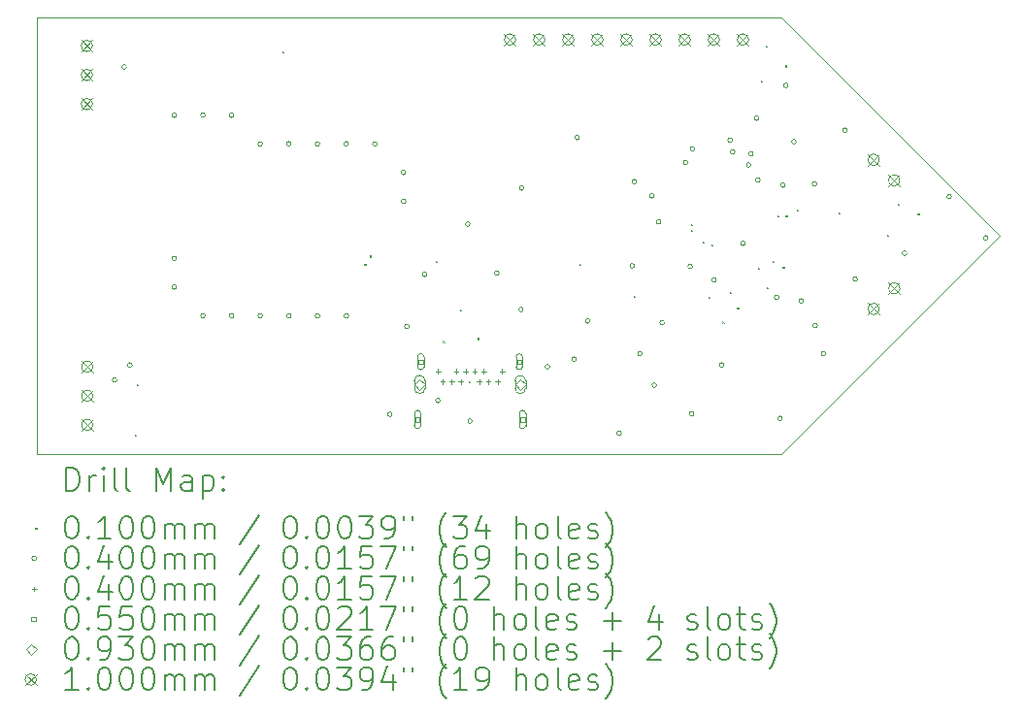
<source format=gbr>
%TF.GenerationSoftware,KiCad,Pcbnew,8.0.1*%
%TF.CreationDate,2024-03-30T16:51:32-04:00*%
%TF.ProjectId,pulp,70756c70-2e6b-4696-9361-645f70636258,rev?*%
%TF.SameCoordinates,Original*%
%TF.FileFunction,Drillmap*%
%TF.FilePolarity,Positive*%
%FSLAX45Y45*%
G04 Gerber Fmt 4.5, Leading zero omitted, Abs format (unit mm)*
G04 Created by KiCad (PCBNEW 8.0.1) date 2024-03-30 16:51:32*
%MOMM*%
%LPD*%
G01*
G04 APERTURE LIST*
%ADD10C,0.100000*%
%ADD11C,0.200000*%
G04 APERTURE END LIST*
D10*
X11700000Y-6305000D02*
X9800000Y-8210000D01*
X3303000Y-8210000D01*
X3303000Y-4400000D01*
X9800000Y-4400000D01*
X11700000Y-6305000D01*
D11*
D10*
X4155000Y-8035000D02*
X4165000Y-8045000D01*
X4165000Y-8035000D02*
X4155000Y-8045000D01*
X4175000Y-7595000D02*
X4185000Y-7605000D01*
X4185000Y-7595000D02*
X4175000Y-7605000D01*
X5445000Y-4695000D02*
X5455000Y-4705000D01*
X5455000Y-4695000D02*
X5445000Y-4705000D01*
X6158000Y-6550000D02*
X6168000Y-6560000D01*
X6168000Y-6550000D02*
X6158000Y-6560000D01*
X6208000Y-6475000D02*
X6218000Y-6485000D01*
X6218000Y-6475000D02*
X6208000Y-6485000D01*
X6783000Y-6525000D02*
X6793000Y-6535000D01*
X6793000Y-6525000D02*
X6783000Y-6535000D01*
X6845000Y-7220000D02*
X6855000Y-7230000D01*
X6855000Y-7220000D02*
X6845000Y-7230000D01*
X6995000Y-6945000D02*
X7005000Y-6955000D01*
X7005000Y-6945000D02*
X6995000Y-6955000D01*
X7070000Y-7570000D02*
X7080000Y-7580000D01*
X7080000Y-7570000D02*
X7070000Y-7580000D01*
X7145000Y-7195000D02*
X7155000Y-7205000D01*
X7155000Y-7195000D02*
X7145000Y-7205000D01*
X8033000Y-6550000D02*
X8043000Y-6560000D01*
X8043000Y-6550000D02*
X8033000Y-6560000D01*
X8508000Y-6825000D02*
X8518000Y-6835000D01*
X8518000Y-6825000D02*
X8508000Y-6835000D01*
X9008000Y-6200000D02*
X9018000Y-6210000D01*
X9018000Y-6200000D02*
X9008000Y-6210000D01*
X9008000Y-6250000D02*
X9018000Y-6260000D01*
X9018000Y-6250000D02*
X9008000Y-6260000D01*
X9108000Y-6350000D02*
X9118000Y-6360000D01*
X9118000Y-6350000D02*
X9108000Y-6360000D01*
X9157674Y-6832674D02*
X9167674Y-6842674D01*
X9167674Y-6832674D02*
X9157674Y-6842674D01*
X9184517Y-6377500D02*
X9194517Y-6387500D01*
X9194517Y-6377500D02*
X9184517Y-6387500D01*
X9283000Y-7050000D02*
X9293000Y-7060000D01*
X9293000Y-7050000D02*
X9283000Y-7060000D01*
X9345000Y-6795000D02*
X9355000Y-6805000D01*
X9355000Y-6795000D02*
X9345000Y-6805000D01*
X9410000Y-6930000D02*
X9420000Y-6940000D01*
X9420000Y-6930000D02*
X9410000Y-6940000D01*
X9595000Y-6580000D02*
X9605000Y-6590000D01*
X9605000Y-6580000D02*
X9595000Y-6590000D01*
X9620000Y-4945000D02*
X9630000Y-4955000D01*
X9630000Y-4945000D02*
X9620000Y-4955000D01*
X9660000Y-4645000D02*
X9670000Y-4655000D01*
X9670000Y-4645000D02*
X9660000Y-4655000D01*
X9665000Y-6750000D02*
X9675000Y-6760000D01*
X9675000Y-6750000D02*
X9665000Y-6760000D01*
X9720000Y-6525000D02*
X9730000Y-6535000D01*
X9730000Y-6525000D02*
X9720000Y-6535000D01*
X9758000Y-6125000D02*
X9768000Y-6135000D01*
X9768000Y-6125000D02*
X9758000Y-6135000D01*
X9808000Y-6575000D02*
X9818000Y-6585000D01*
X9818000Y-6575000D02*
X9808000Y-6585000D01*
X9830000Y-4815000D02*
X9840000Y-4825000D01*
X9840000Y-4815000D02*
X9830000Y-4825000D01*
X9833000Y-6125000D02*
X9843000Y-6135000D01*
X9843000Y-6125000D02*
X9833000Y-6135000D01*
X9933000Y-6075000D02*
X9943000Y-6085000D01*
X9943000Y-6075000D02*
X9933000Y-6085000D01*
X10295000Y-6095000D02*
X10305000Y-6105000D01*
X10305000Y-6095000D02*
X10295000Y-6105000D01*
X10720000Y-6295000D02*
X10730000Y-6305000D01*
X10730000Y-6295000D02*
X10720000Y-6305000D01*
X10808000Y-6025000D02*
X10818000Y-6035000D01*
X10818000Y-6025000D02*
X10808000Y-6035000D01*
X10985000Y-6109500D02*
X10995000Y-6119500D01*
X10995000Y-6109500D02*
X10985000Y-6119500D01*
X4000000Y-7560000D02*
G75*
G02*
X3960000Y-7560000I-20000J0D01*
G01*
X3960000Y-7560000D02*
G75*
G02*
X4000000Y-7560000I20000J0D01*
G01*
X4083000Y-4830000D02*
G75*
G02*
X4043000Y-4830000I-20000J0D01*
G01*
X4043000Y-4830000D02*
G75*
G02*
X4083000Y-4830000I20000J0D01*
G01*
X4133000Y-7430000D02*
G75*
G02*
X4093000Y-7430000I-20000J0D01*
G01*
X4093000Y-7430000D02*
G75*
G02*
X4133000Y-7430000I20000J0D01*
G01*
X4520000Y-5250000D02*
G75*
G02*
X4480000Y-5250000I-20000J0D01*
G01*
X4480000Y-5250000D02*
G75*
G02*
X4520000Y-5250000I20000J0D01*
G01*
X4520000Y-6500000D02*
G75*
G02*
X4480000Y-6500000I-20000J0D01*
G01*
X4480000Y-6500000D02*
G75*
G02*
X4520000Y-6500000I20000J0D01*
G01*
X4520000Y-6750000D02*
G75*
G02*
X4480000Y-6750000I-20000J0D01*
G01*
X4480000Y-6750000D02*
G75*
G02*
X4520000Y-6750000I20000J0D01*
G01*
X4770000Y-5250000D02*
G75*
G02*
X4730000Y-5250000I-20000J0D01*
G01*
X4730000Y-5250000D02*
G75*
G02*
X4770000Y-5250000I20000J0D01*
G01*
X4770000Y-7000000D02*
G75*
G02*
X4730000Y-7000000I-20000J0D01*
G01*
X4730000Y-7000000D02*
G75*
G02*
X4770000Y-7000000I20000J0D01*
G01*
X5020000Y-5250000D02*
G75*
G02*
X4980000Y-5250000I-20000J0D01*
G01*
X4980000Y-5250000D02*
G75*
G02*
X5020000Y-5250000I20000J0D01*
G01*
X5020000Y-7000000D02*
G75*
G02*
X4980000Y-7000000I-20000J0D01*
G01*
X4980000Y-7000000D02*
G75*
G02*
X5020000Y-7000000I20000J0D01*
G01*
X5270000Y-5500000D02*
G75*
G02*
X5230000Y-5500000I-20000J0D01*
G01*
X5230000Y-5500000D02*
G75*
G02*
X5270000Y-5500000I20000J0D01*
G01*
X5270000Y-7000000D02*
G75*
G02*
X5230000Y-7000000I-20000J0D01*
G01*
X5230000Y-7000000D02*
G75*
G02*
X5270000Y-7000000I20000J0D01*
G01*
X5520000Y-5500000D02*
G75*
G02*
X5480000Y-5500000I-20000J0D01*
G01*
X5480000Y-5500000D02*
G75*
G02*
X5520000Y-5500000I20000J0D01*
G01*
X5520000Y-7000000D02*
G75*
G02*
X5480000Y-7000000I-20000J0D01*
G01*
X5480000Y-7000000D02*
G75*
G02*
X5520000Y-7000000I20000J0D01*
G01*
X5770000Y-5500000D02*
G75*
G02*
X5730000Y-5500000I-20000J0D01*
G01*
X5730000Y-5500000D02*
G75*
G02*
X5770000Y-5500000I20000J0D01*
G01*
X5770000Y-7000000D02*
G75*
G02*
X5730000Y-7000000I-20000J0D01*
G01*
X5730000Y-7000000D02*
G75*
G02*
X5770000Y-7000000I20000J0D01*
G01*
X6020000Y-5500000D02*
G75*
G02*
X5980000Y-5500000I-20000J0D01*
G01*
X5980000Y-5500000D02*
G75*
G02*
X6020000Y-5500000I20000J0D01*
G01*
X6020000Y-7000000D02*
G75*
G02*
X5980000Y-7000000I-20000J0D01*
G01*
X5980000Y-7000000D02*
G75*
G02*
X6020000Y-7000000I20000J0D01*
G01*
X6270000Y-5500000D02*
G75*
G02*
X6230000Y-5500000I-20000J0D01*
G01*
X6230000Y-5500000D02*
G75*
G02*
X6270000Y-5500000I20000J0D01*
G01*
X6400000Y-7860000D02*
G75*
G02*
X6360000Y-7860000I-20000J0D01*
G01*
X6360000Y-7860000D02*
G75*
G02*
X6400000Y-7860000I20000J0D01*
G01*
X6520000Y-5750000D02*
G75*
G02*
X6480000Y-5750000I-20000J0D01*
G01*
X6480000Y-5750000D02*
G75*
G02*
X6520000Y-5750000I20000J0D01*
G01*
X6520000Y-6000000D02*
G75*
G02*
X6480000Y-6000000I-20000J0D01*
G01*
X6480000Y-6000000D02*
G75*
G02*
X6520000Y-6000000I20000J0D01*
G01*
X6550000Y-7095000D02*
G75*
G02*
X6510000Y-7095000I-20000J0D01*
G01*
X6510000Y-7095000D02*
G75*
G02*
X6550000Y-7095000I20000J0D01*
G01*
X6705000Y-6640000D02*
G75*
G02*
X6665000Y-6640000I-20000J0D01*
G01*
X6665000Y-6640000D02*
G75*
G02*
X6705000Y-6640000I20000J0D01*
G01*
X6820000Y-7740000D02*
G75*
G02*
X6780000Y-7740000I-20000J0D01*
G01*
X6780000Y-7740000D02*
G75*
G02*
X6820000Y-7740000I20000J0D01*
G01*
X7080000Y-6200000D02*
G75*
G02*
X7040000Y-6200000I-20000J0D01*
G01*
X7040000Y-6200000D02*
G75*
G02*
X7080000Y-6200000I20000J0D01*
G01*
X7100000Y-7920000D02*
G75*
G02*
X7060000Y-7920000I-20000J0D01*
G01*
X7060000Y-7920000D02*
G75*
G02*
X7100000Y-7920000I20000J0D01*
G01*
X7333000Y-6630000D02*
G75*
G02*
X7293000Y-6630000I-20000J0D01*
G01*
X7293000Y-6630000D02*
G75*
G02*
X7333000Y-6630000I20000J0D01*
G01*
X7545000Y-6945000D02*
G75*
G02*
X7505000Y-6945000I-20000J0D01*
G01*
X7505000Y-6945000D02*
G75*
G02*
X7545000Y-6945000I20000J0D01*
G01*
X7550000Y-5885000D02*
G75*
G02*
X7510000Y-5885000I-20000J0D01*
G01*
X7510000Y-5885000D02*
G75*
G02*
X7550000Y-5885000I20000J0D01*
G01*
X7775000Y-7445000D02*
G75*
G02*
X7735000Y-7445000I-20000J0D01*
G01*
X7735000Y-7445000D02*
G75*
G02*
X7775000Y-7445000I20000J0D01*
G01*
X8008000Y-7380000D02*
G75*
G02*
X7968000Y-7380000I-20000J0D01*
G01*
X7968000Y-7380000D02*
G75*
G02*
X8008000Y-7380000I20000J0D01*
G01*
X8035000Y-5445000D02*
G75*
G02*
X7995000Y-5445000I-20000J0D01*
G01*
X7995000Y-5445000D02*
G75*
G02*
X8035000Y-5445000I20000J0D01*
G01*
X8125000Y-7045000D02*
G75*
G02*
X8085000Y-7045000I-20000J0D01*
G01*
X8085000Y-7045000D02*
G75*
G02*
X8125000Y-7045000I20000J0D01*
G01*
X8400000Y-8025000D02*
G75*
G02*
X8360000Y-8025000I-20000J0D01*
G01*
X8360000Y-8025000D02*
G75*
G02*
X8400000Y-8025000I20000J0D01*
G01*
X8515000Y-6565000D02*
G75*
G02*
X8475000Y-6565000I-20000J0D01*
G01*
X8475000Y-6565000D02*
G75*
G02*
X8515000Y-6565000I20000J0D01*
G01*
X8533000Y-5830000D02*
G75*
G02*
X8493000Y-5830000I-20000J0D01*
G01*
X8493000Y-5830000D02*
G75*
G02*
X8533000Y-5830000I20000J0D01*
G01*
X8583000Y-7330000D02*
G75*
G02*
X8543000Y-7330000I-20000J0D01*
G01*
X8543000Y-7330000D02*
G75*
G02*
X8583000Y-7330000I20000J0D01*
G01*
X8684756Y-5953244D02*
G75*
G02*
X8644756Y-5953244I-20000J0D01*
G01*
X8644756Y-5953244D02*
G75*
G02*
X8684756Y-5953244I20000J0D01*
G01*
X8708000Y-7605000D02*
G75*
G02*
X8668000Y-7605000I-20000J0D01*
G01*
X8668000Y-7605000D02*
G75*
G02*
X8708000Y-7605000I20000J0D01*
G01*
X8745000Y-6180000D02*
G75*
G02*
X8705000Y-6180000I-20000J0D01*
G01*
X8705000Y-6180000D02*
G75*
G02*
X8745000Y-6180000I20000J0D01*
G01*
X8775000Y-7060000D02*
G75*
G02*
X8735000Y-7060000I-20000J0D01*
G01*
X8735000Y-7060000D02*
G75*
G02*
X8775000Y-7060000I20000J0D01*
G01*
X8980713Y-5663787D02*
G75*
G02*
X8940713Y-5663787I-20000J0D01*
G01*
X8940713Y-5663787D02*
G75*
G02*
X8980713Y-5663787I20000J0D01*
G01*
X9020000Y-6570000D02*
G75*
G02*
X8980000Y-6570000I-20000J0D01*
G01*
X8980000Y-6570000D02*
G75*
G02*
X9020000Y-6570000I20000J0D01*
G01*
X9033000Y-7855000D02*
G75*
G02*
X8993000Y-7855000I-20000J0D01*
G01*
X8993000Y-7855000D02*
G75*
G02*
X9033000Y-7855000I20000J0D01*
G01*
X9040225Y-5543000D02*
G75*
G02*
X9000225Y-5543000I-20000J0D01*
G01*
X9000225Y-5543000D02*
G75*
G02*
X9040225Y-5543000I20000J0D01*
G01*
X9228500Y-6686000D02*
G75*
G02*
X9188500Y-6686000I-20000J0D01*
G01*
X9188500Y-6686000D02*
G75*
G02*
X9228500Y-6686000I20000J0D01*
G01*
X9295000Y-7430000D02*
G75*
G02*
X9255000Y-7430000I-20000J0D01*
G01*
X9255000Y-7430000D02*
G75*
G02*
X9295000Y-7430000I20000J0D01*
G01*
X9368200Y-5466800D02*
G75*
G02*
X9328200Y-5466800I-20000J0D01*
G01*
X9328200Y-5466800D02*
G75*
G02*
X9368200Y-5466800I20000J0D01*
G01*
X9390800Y-5567987D02*
G75*
G02*
X9350800Y-5567987I-20000J0D01*
G01*
X9350800Y-5567987D02*
G75*
G02*
X9390800Y-5567987I20000J0D01*
G01*
X9482500Y-6368500D02*
G75*
G02*
X9442500Y-6368500I-20000J0D01*
G01*
X9442500Y-6368500D02*
G75*
G02*
X9482500Y-6368500I20000J0D01*
G01*
X9529913Y-5684728D02*
G75*
G02*
X9489913Y-5684728I-20000J0D01*
G01*
X9489913Y-5684728D02*
G75*
G02*
X9529913Y-5684728I20000J0D01*
G01*
X9550167Y-5586851D02*
G75*
G02*
X9510167Y-5586851I-20000J0D01*
G01*
X9510167Y-5586851D02*
G75*
G02*
X9550167Y-5586851I20000J0D01*
G01*
X9600000Y-5275000D02*
G75*
G02*
X9560000Y-5275000I-20000J0D01*
G01*
X9560000Y-5275000D02*
G75*
G02*
X9600000Y-5275000I20000J0D01*
G01*
X9609950Y-5815826D02*
G75*
G02*
X9569950Y-5815826I-20000J0D01*
G01*
X9569950Y-5815826D02*
G75*
G02*
X9609950Y-5815826I20000J0D01*
G01*
X9775000Y-6840000D02*
G75*
G02*
X9735000Y-6840000I-20000J0D01*
G01*
X9735000Y-6840000D02*
G75*
G02*
X9775000Y-6840000I20000J0D01*
G01*
X9805000Y-7895000D02*
G75*
G02*
X9765000Y-7895000I-20000J0D01*
G01*
X9765000Y-7895000D02*
G75*
G02*
X9805000Y-7895000I20000J0D01*
G01*
X9830000Y-5860500D02*
G75*
G02*
X9790000Y-5860500I-20000J0D01*
G01*
X9790000Y-5860500D02*
G75*
G02*
X9830000Y-5860500I20000J0D01*
G01*
X9855000Y-4990000D02*
G75*
G02*
X9815000Y-4990000I-20000J0D01*
G01*
X9815000Y-4990000D02*
G75*
G02*
X9855000Y-4990000I20000J0D01*
G01*
X9924625Y-5481235D02*
G75*
G02*
X9884625Y-5481235I-20000J0D01*
G01*
X9884625Y-5481235D02*
G75*
G02*
X9924625Y-5481235I20000J0D01*
G01*
X9989999Y-6870000D02*
G75*
G02*
X9949999Y-6870000I-20000J0D01*
G01*
X9949999Y-6870000D02*
G75*
G02*
X9989999Y-6870000I20000J0D01*
G01*
X10104800Y-5847800D02*
G75*
G02*
X10064800Y-5847800I-20000J0D01*
G01*
X10064800Y-5847800D02*
G75*
G02*
X10104800Y-5847800I20000J0D01*
G01*
X10110000Y-7085000D02*
G75*
G02*
X10070000Y-7085000I-20000J0D01*
G01*
X10070000Y-7085000D02*
G75*
G02*
X10110000Y-7085000I20000J0D01*
G01*
X10183000Y-7330000D02*
G75*
G02*
X10143000Y-7330000I-20000J0D01*
G01*
X10143000Y-7330000D02*
G75*
G02*
X10183000Y-7330000I20000J0D01*
G01*
X10370000Y-5380000D02*
G75*
G02*
X10330000Y-5380000I-20000J0D01*
G01*
X10330000Y-5380000D02*
G75*
G02*
X10370000Y-5380000I20000J0D01*
G01*
X10460000Y-6680000D02*
G75*
G02*
X10420000Y-6680000I-20000J0D01*
G01*
X10420000Y-6680000D02*
G75*
G02*
X10460000Y-6680000I20000J0D01*
G01*
X10890000Y-6455000D02*
G75*
G02*
X10850000Y-6455000I-20000J0D01*
G01*
X10850000Y-6455000D02*
G75*
G02*
X10890000Y-6455000I20000J0D01*
G01*
X11280000Y-5960000D02*
G75*
G02*
X11240000Y-5960000I-20000J0D01*
G01*
X11240000Y-5960000D02*
G75*
G02*
X11280000Y-5960000I20000J0D01*
G01*
X11600000Y-6320000D02*
G75*
G02*
X11560000Y-6320000I-20000J0D01*
G01*
X11560000Y-6320000D02*
G75*
G02*
X11600000Y-6320000I20000J0D01*
G01*
X6800000Y-7465000D02*
X6800000Y-7505000D01*
X6780000Y-7485000D02*
X6820000Y-7485000D01*
X6840000Y-7555000D02*
X6840000Y-7595000D01*
X6820000Y-7575000D02*
X6860000Y-7575000D01*
X6920000Y-7555000D02*
X6920000Y-7595000D01*
X6900000Y-7575000D02*
X6940000Y-7575000D01*
X6960000Y-7465000D02*
X6960000Y-7505000D01*
X6940000Y-7485000D02*
X6980000Y-7485000D01*
X7000000Y-7555000D02*
X7000000Y-7595000D01*
X6980000Y-7575000D02*
X7020000Y-7575000D01*
X7040000Y-7465000D02*
X7040000Y-7505000D01*
X7020000Y-7485000D02*
X7060000Y-7485000D01*
X7120000Y-7465000D02*
X7120000Y-7505000D01*
X7100000Y-7485000D02*
X7140000Y-7485000D01*
X7160000Y-7555000D02*
X7160000Y-7595000D01*
X7140000Y-7575000D02*
X7180000Y-7575000D01*
X7200000Y-7465000D02*
X7200000Y-7505000D01*
X7180000Y-7485000D02*
X7220000Y-7485000D01*
X7240000Y-7555000D02*
X7240000Y-7595000D01*
X7220000Y-7575000D02*
X7260000Y-7575000D01*
X7320000Y-7555000D02*
X7320000Y-7595000D01*
X7300000Y-7575000D02*
X7340000Y-7575000D01*
X7360000Y-7465000D02*
X7360000Y-7505000D01*
X7340000Y-7485000D02*
X7380000Y-7485000D01*
X6641946Y-7924446D02*
X6641946Y-7885554D01*
X6603054Y-7885554D01*
X6603054Y-7924446D01*
X6641946Y-7924446D01*
X6595000Y-7852500D02*
X6595000Y-7957500D01*
X6650000Y-7957500D02*
G75*
G02*
X6595000Y-7957500I-27500J0D01*
G01*
X6650000Y-7957500D02*
X6650000Y-7852500D01*
X6650000Y-7852500D02*
G75*
G03*
X6595000Y-7852500I-27500J0D01*
G01*
X6669946Y-7421446D02*
X6669946Y-7382554D01*
X6631054Y-7382554D01*
X6631054Y-7421446D01*
X6669946Y-7421446D01*
X6623000Y-7359500D02*
X6623000Y-7444500D01*
X6678000Y-7444500D02*
G75*
G02*
X6623000Y-7444500I-27500J0D01*
G01*
X6678000Y-7444500D02*
X6678000Y-7359500D01*
X6678000Y-7359500D02*
G75*
G03*
X6623000Y-7359500I-27500J0D01*
G01*
X7528946Y-7421446D02*
X7528946Y-7382554D01*
X7490054Y-7382554D01*
X7490054Y-7421446D01*
X7528946Y-7421446D01*
X7482000Y-7359500D02*
X7482000Y-7444500D01*
X7537000Y-7444500D02*
G75*
G02*
X7482000Y-7444500I-27500J0D01*
G01*
X7537000Y-7444500D02*
X7537000Y-7359500D01*
X7537000Y-7359500D02*
G75*
G03*
X7482000Y-7359500I-27500J0D01*
G01*
X7556946Y-7924446D02*
X7556946Y-7885554D01*
X7518054Y-7885554D01*
X7518054Y-7924446D01*
X7556946Y-7924446D01*
X7510000Y-7852500D02*
X7510000Y-7957500D01*
X7565000Y-7957500D02*
G75*
G02*
X7510000Y-7957500I-27500J0D01*
G01*
X7565000Y-7957500D02*
X7565000Y-7852500D01*
X7565000Y-7852500D02*
G75*
G03*
X7510000Y-7852500I-27500J0D01*
G01*
X6641000Y-7646500D02*
X6687500Y-7600000D01*
X6641000Y-7553500D01*
X6594500Y-7600000D01*
X6641000Y-7646500D01*
X6594500Y-7567500D02*
X6594500Y-7632500D01*
X6687500Y-7632500D02*
G75*
G02*
X6594500Y-7632500I-46500J0D01*
G01*
X6687500Y-7632500D02*
X6687500Y-7567500D01*
X6687500Y-7567500D02*
G75*
G03*
X6594500Y-7567500I-46500J0D01*
G01*
X7519000Y-7646500D02*
X7565500Y-7600000D01*
X7519000Y-7553500D01*
X7472500Y-7600000D01*
X7519000Y-7646500D01*
X7472500Y-7567500D02*
X7472500Y-7632500D01*
X7565500Y-7632500D02*
G75*
G02*
X7472500Y-7632500I-46500J0D01*
G01*
X7565500Y-7632500D02*
X7565500Y-7567500D01*
X7565500Y-7567500D02*
G75*
G03*
X7472500Y-7567500I-46500J0D01*
G01*
X3687500Y-4594500D02*
X3787500Y-4694500D01*
X3787500Y-4594500D02*
X3687500Y-4694500D01*
X3787500Y-4644500D02*
G75*
G02*
X3687500Y-4644500I-50000J0D01*
G01*
X3687500Y-4644500D02*
G75*
G02*
X3787500Y-4644500I50000J0D01*
G01*
X3687500Y-4848500D02*
X3787500Y-4948500D01*
X3787500Y-4848500D02*
X3687500Y-4948500D01*
X3787500Y-4898500D02*
G75*
G02*
X3687500Y-4898500I-50000J0D01*
G01*
X3687500Y-4898500D02*
G75*
G02*
X3787500Y-4898500I50000J0D01*
G01*
X3687500Y-5102500D02*
X3787500Y-5202500D01*
X3787500Y-5102500D02*
X3687500Y-5202500D01*
X3787500Y-5152500D02*
G75*
G02*
X3687500Y-5152500I-50000J0D01*
G01*
X3687500Y-5152500D02*
G75*
G02*
X3787500Y-5152500I50000J0D01*
G01*
X3690500Y-7394500D02*
X3790500Y-7494500D01*
X3790500Y-7394500D02*
X3690500Y-7494500D01*
X3790500Y-7444500D02*
G75*
G02*
X3690500Y-7444500I-50000J0D01*
G01*
X3690500Y-7444500D02*
G75*
G02*
X3790500Y-7444500I50000J0D01*
G01*
X3690500Y-7648500D02*
X3790500Y-7748500D01*
X3790500Y-7648500D02*
X3690500Y-7748500D01*
X3790500Y-7698500D02*
G75*
G02*
X3690500Y-7698500I-50000J0D01*
G01*
X3690500Y-7698500D02*
G75*
G02*
X3790500Y-7698500I50000J0D01*
G01*
X3690500Y-7902500D02*
X3790500Y-8002500D01*
X3790500Y-7902500D02*
X3690500Y-8002500D01*
X3790500Y-7952500D02*
G75*
G02*
X3690500Y-7952500I-50000J0D01*
G01*
X3690500Y-7952500D02*
G75*
G02*
X3790500Y-7952500I50000J0D01*
G01*
X7378500Y-4540500D02*
X7478500Y-4640500D01*
X7478500Y-4540500D02*
X7378500Y-4640500D01*
X7478500Y-4590500D02*
G75*
G02*
X7378500Y-4590500I-50000J0D01*
G01*
X7378500Y-4590500D02*
G75*
G02*
X7478500Y-4590500I50000J0D01*
G01*
X7632500Y-4540500D02*
X7732500Y-4640500D01*
X7732500Y-4540500D02*
X7632500Y-4640500D01*
X7732500Y-4590500D02*
G75*
G02*
X7632500Y-4590500I-50000J0D01*
G01*
X7632500Y-4590500D02*
G75*
G02*
X7732500Y-4590500I50000J0D01*
G01*
X7886500Y-4540500D02*
X7986500Y-4640500D01*
X7986500Y-4540500D02*
X7886500Y-4640500D01*
X7986500Y-4590500D02*
G75*
G02*
X7886500Y-4590500I-50000J0D01*
G01*
X7886500Y-4590500D02*
G75*
G02*
X7986500Y-4590500I50000J0D01*
G01*
X8140500Y-4540500D02*
X8240500Y-4640500D01*
X8240500Y-4540500D02*
X8140500Y-4640500D01*
X8240500Y-4590500D02*
G75*
G02*
X8140500Y-4590500I-50000J0D01*
G01*
X8140500Y-4590500D02*
G75*
G02*
X8240500Y-4590500I50000J0D01*
G01*
X8394500Y-4540500D02*
X8494500Y-4640500D01*
X8494500Y-4540500D02*
X8394500Y-4640500D01*
X8494500Y-4590500D02*
G75*
G02*
X8394500Y-4590500I-50000J0D01*
G01*
X8394500Y-4590500D02*
G75*
G02*
X8494500Y-4590500I50000J0D01*
G01*
X8648500Y-4540500D02*
X8748500Y-4640500D01*
X8748500Y-4540500D02*
X8648500Y-4640500D01*
X8748500Y-4590500D02*
G75*
G02*
X8648500Y-4590500I-50000J0D01*
G01*
X8648500Y-4590500D02*
G75*
G02*
X8748500Y-4590500I50000J0D01*
G01*
X8902500Y-4540500D02*
X9002500Y-4640500D01*
X9002500Y-4540500D02*
X8902500Y-4640500D01*
X9002500Y-4590500D02*
G75*
G02*
X8902500Y-4590500I-50000J0D01*
G01*
X8902500Y-4590500D02*
G75*
G02*
X9002500Y-4590500I50000J0D01*
G01*
X9156500Y-4540500D02*
X9256500Y-4640500D01*
X9256500Y-4540500D02*
X9156500Y-4640500D01*
X9256500Y-4590500D02*
G75*
G02*
X9156500Y-4590500I-50000J0D01*
G01*
X9156500Y-4590500D02*
G75*
G02*
X9256500Y-4590500I50000J0D01*
G01*
X9410500Y-4540500D02*
X9510500Y-4640500D01*
X9510500Y-4540500D02*
X9410500Y-4640500D01*
X9510500Y-4590500D02*
G75*
G02*
X9410500Y-4590500I-50000J0D01*
G01*
X9410500Y-4590500D02*
G75*
G02*
X9510500Y-4590500I50000J0D01*
G01*
X10550485Y-5589203D02*
X10650485Y-5689203D01*
X10650485Y-5589203D02*
X10550485Y-5689203D01*
X10650485Y-5639203D02*
G75*
G02*
X10550485Y-5639203I-50000J0D01*
G01*
X10550485Y-5639203D02*
G75*
G02*
X10650485Y-5639203I50000J0D01*
G01*
X10551192Y-6890090D02*
X10651192Y-6990090D01*
X10651192Y-6890090D02*
X10551192Y-6990090D01*
X10651192Y-6940090D02*
G75*
G02*
X10551192Y-6940090I-50000J0D01*
G01*
X10551192Y-6940090D02*
G75*
G02*
X10651192Y-6940090I50000J0D01*
G01*
X10730090Y-5768808D02*
X10830090Y-5868808D01*
X10830090Y-5768808D02*
X10730090Y-5868808D01*
X10830090Y-5818808D02*
G75*
G02*
X10730090Y-5818808I-50000J0D01*
G01*
X10730090Y-5818808D02*
G75*
G02*
X10830090Y-5818808I50000J0D01*
G01*
X10730797Y-6710485D02*
X10830797Y-6810485D01*
X10830797Y-6710485D02*
X10730797Y-6810485D01*
X10830797Y-6760485D02*
G75*
G02*
X10730797Y-6760485I-50000J0D01*
G01*
X10730797Y-6760485D02*
G75*
G02*
X10830797Y-6760485I50000J0D01*
G01*
D11*
X3558777Y-8526484D02*
X3558777Y-8326484D01*
X3558777Y-8326484D02*
X3606396Y-8326484D01*
X3606396Y-8326484D02*
X3634967Y-8336008D01*
X3634967Y-8336008D02*
X3654015Y-8355055D01*
X3654015Y-8355055D02*
X3663539Y-8374103D01*
X3663539Y-8374103D02*
X3673062Y-8412198D01*
X3673062Y-8412198D02*
X3673062Y-8440770D01*
X3673062Y-8440770D02*
X3663539Y-8478865D01*
X3663539Y-8478865D02*
X3654015Y-8497912D01*
X3654015Y-8497912D02*
X3634967Y-8516960D01*
X3634967Y-8516960D02*
X3606396Y-8526484D01*
X3606396Y-8526484D02*
X3558777Y-8526484D01*
X3758777Y-8526484D02*
X3758777Y-8393150D01*
X3758777Y-8431246D02*
X3768301Y-8412198D01*
X3768301Y-8412198D02*
X3777824Y-8402674D01*
X3777824Y-8402674D02*
X3796872Y-8393150D01*
X3796872Y-8393150D02*
X3815920Y-8393150D01*
X3882586Y-8526484D02*
X3882586Y-8393150D01*
X3882586Y-8326484D02*
X3873062Y-8336008D01*
X3873062Y-8336008D02*
X3882586Y-8345531D01*
X3882586Y-8345531D02*
X3892110Y-8336008D01*
X3892110Y-8336008D02*
X3882586Y-8326484D01*
X3882586Y-8326484D02*
X3882586Y-8345531D01*
X4006396Y-8526484D02*
X3987348Y-8516960D01*
X3987348Y-8516960D02*
X3977824Y-8497912D01*
X3977824Y-8497912D02*
X3977824Y-8326484D01*
X4111158Y-8526484D02*
X4092110Y-8516960D01*
X4092110Y-8516960D02*
X4082586Y-8497912D01*
X4082586Y-8497912D02*
X4082586Y-8326484D01*
X4339729Y-8526484D02*
X4339729Y-8326484D01*
X4339729Y-8326484D02*
X4406396Y-8469341D01*
X4406396Y-8469341D02*
X4473063Y-8326484D01*
X4473063Y-8326484D02*
X4473063Y-8526484D01*
X4654015Y-8526484D02*
X4654015Y-8421722D01*
X4654015Y-8421722D02*
X4644491Y-8402674D01*
X4644491Y-8402674D02*
X4625444Y-8393150D01*
X4625444Y-8393150D02*
X4587348Y-8393150D01*
X4587348Y-8393150D02*
X4568301Y-8402674D01*
X4654015Y-8516960D02*
X4634967Y-8526484D01*
X4634967Y-8526484D02*
X4587348Y-8526484D01*
X4587348Y-8526484D02*
X4568301Y-8516960D01*
X4568301Y-8516960D02*
X4558777Y-8497912D01*
X4558777Y-8497912D02*
X4558777Y-8478865D01*
X4558777Y-8478865D02*
X4568301Y-8459817D01*
X4568301Y-8459817D02*
X4587348Y-8450293D01*
X4587348Y-8450293D02*
X4634967Y-8450293D01*
X4634967Y-8450293D02*
X4654015Y-8440770D01*
X4749253Y-8393150D02*
X4749253Y-8593150D01*
X4749253Y-8402674D02*
X4768301Y-8393150D01*
X4768301Y-8393150D02*
X4806396Y-8393150D01*
X4806396Y-8393150D02*
X4825444Y-8402674D01*
X4825444Y-8402674D02*
X4834967Y-8412198D01*
X4834967Y-8412198D02*
X4844491Y-8431246D01*
X4844491Y-8431246D02*
X4844491Y-8488389D01*
X4844491Y-8488389D02*
X4834967Y-8507436D01*
X4834967Y-8507436D02*
X4825444Y-8516960D01*
X4825444Y-8516960D02*
X4806396Y-8526484D01*
X4806396Y-8526484D02*
X4768301Y-8526484D01*
X4768301Y-8526484D02*
X4749253Y-8516960D01*
X4930205Y-8507436D02*
X4939729Y-8516960D01*
X4939729Y-8516960D02*
X4930205Y-8526484D01*
X4930205Y-8526484D02*
X4920682Y-8516960D01*
X4920682Y-8516960D02*
X4930205Y-8507436D01*
X4930205Y-8507436D02*
X4930205Y-8526484D01*
X4930205Y-8402674D02*
X4939729Y-8412198D01*
X4939729Y-8412198D02*
X4930205Y-8421722D01*
X4930205Y-8421722D02*
X4920682Y-8412198D01*
X4920682Y-8412198D02*
X4930205Y-8402674D01*
X4930205Y-8402674D02*
X4930205Y-8421722D01*
D10*
X3288000Y-8850000D02*
X3298000Y-8860000D01*
X3298000Y-8850000D02*
X3288000Y-8860000D01*
D11*
X3596872Y-8746484D02*
X3615920Y-8746484D01*
X3615920Y-8746484D02*
X3634967Y-8756008D01*
X3634967Y-8756008D02*
X3644491Y-8765531D01*
X3644491Y-8765531D02*
X3654015Y-8784579D01*
X3654015Y-8784579D02*
X3663539Y-8822674D01*
X3663539Y-8822674D02*
X3663539Y-8870293D01*
X3663539Y-8870293D02*
X3654015Y-8908389D01*
X3654015Y-8908389D02*
X3644491Y-8927436D01*
X3644491Y-8927436D02*
X3634967Y-8936960D01*
X3634967Y-8936960D02*
X3615920Y-8946484D01*
X3615920Y-8946484D02*
X3596872Y-8946484D01*
X3596872Y-8946484D02*
X3577824Y-8936960D01*
X3577824Y-8936960D02*
X3568301Y-8927436D01*
X3568301Y-8927436D02*
X3558777Y-8908389D01*
X3558777Y-8908389D02*
X3549253Y-8870293D01*
X3549253Y-8870293D02*
X3549253Y-8822674D01*
X3549253Y-8822674D02*
X3558777Y-8784579D01*
X3558777Y-8784579D02*
X3568301Y-8765531D01*
X3568301Y-8765531D02*
X3577824Y-8756008D01*
X3577824Y-8756008D02*
X3596872Y-8746484D01*
X3749253Y-8927436D02*
X3758777Y-8936960D01*
X3758777Y-8936960D02*
X3749253Y-8946484D01*
X3749253Y-8946484D02*
X3739729Y-8936960D01*
X3739729Y-8936960D02*
X3749253Y-8927436D01*
X3749253Y-8927436D02*
X3749253Y-8946484D01*
X3949253Y-8946484D02*
X3834967Y-8946484D01*
X3892110Y-8946484D02*
X3892110Y-8746484D01*
X3892110Y-8746484D02*
X3873062Y-8775055D01*
X3873062Y-8775055D02*
X3854015Y-8794103D01*
X3854015Y-8794103D02*
X3834967Y-8803627D01*
X4073062Y-8746484D02*
X4092110Y-8746484D01*
X4092110Y-8746484D02*
X4111158Y-8756008D01*
X4111158Y-8756008D02*
X4120682Y-8765531D01*
X4120682Y-8765531D02*
X4130205Y-8784579D01*
X4130205Y-8784579D02*
X4139729Y-8822674D01*
X4139729Y-8822674D02*
X4139729Y-8870293D01*
X4139729Y-8870293D02*
X4130205Y-8908389D01*
X4130205Y-8908389D02*
X4120682Y-8927436D01*
X4120682Y-8927436D02*
X4111158Y-8936960D01*
X4111158Y-8936960D02*
X4092110Y-8946484D01*
X4092110Y-8946484D02*
X4073062Y-8946484D01*
X4073062Y-8946484D02*
X4054015Y-8936960D01*
X4054015Y-8936960D02*
X4044491Y-8927436D01*
X4044491Y-8927436D02*
X4034967Y-8908389D01*
X4034967Y-8908389D02*
X4025443Y-8870293D01*
X4025443Y-8870293D02*
X4025443Y-8822674D01*
X4025443Y-8822674D02*
X4034967Y-8784579D01*
X4034967Y-8784579D02*
X4044491Y-8765531D01*
X4044491Y-8765531D02*
X4054015Y-8756008D01*
X4054015Y-8756008D02*
X4073062Y-8746484D01*
X4263539Y-8746484D02*
X4282586Y-8746484D01*
X4282586Y-8746484D02*
X4301634Y-8756008D01*
X4301634Y-8756008D02*
X4311158Y-8765531D01*
X4311158Y-8765531D02*
X4320682Y-8784579D01*
X4320682Y-8784579D02*
X4330205Y-8822674D01*
X4330205Y-8822674D02*
X4330205Y-8870293D01*
X4330205Y-8870293D02*
X4320682Y-8908389D01*
X4320682Y-8908389D02*
X4311158Y-8927436D01*
X4311158Y-8927436D02*
X4301634Y-8936960D01*
X4301634Y-8936960D02*
X4282586Y-8946484D01*
X4282586Y-8946484D02*
X4263539Y-8946484D01*
X4263539Y-8946484D02*
X4244491Y-8936960D01*
X4244491Y-8936960D02*
X4234967Y-8927436D01*
X4234967Y-8927436D02*
X4225444Y-8908389D01*
X4225444Y-8908389D02*
X4215920Y-8870293D01*
X4215920Y-8870293D02*
X4215920Y-8822674D01*
X4215920Y-8822674D02*
X4225444Y-8784579D01*
X4225444Y-8784579D02*
X4234967Y-8765531D01*
X4234967Y-8765531D02*
X4244491Y-8756008D01*
X4244491Y-8756008D02*
X4263539Y-8746484D01*
X4415920Y-8946484D02*
X4415920Y-8813150D01*
X4415920Y-8832198D02*
X4425444Y-8822674D01*
X4425444Y-8822674D02*
X4444491Y-8813150D01*
X4444491Y-8813150D02*
X4473063Y-8813150D01*
X4473063Y-8813150D02*
X4492110Y-8822674D01*
X4492110Y-8822674D02*
X4501634Y-8841722D01*
X4501634Y-8841722D02*
X4501634Y-8946484D01*
X4501634Y-8841722D02*
X4511158Y-8822674D01*
X4511158Y-8822674D02*
X4530205Y-8813150D01*
X4530205Y-8813150D02*
X4558777Y-8813150D01*
X4558777Y-8813150D02*
X4577825Y-8822674D01*
X4577825Y-8822674D02*
X4587348Y-8841722D01*
X4587348Y-8841722D02*
X4587348Y-8946484D01*
X4682586Y-8946484D02*
X4682586Y-8813150D01*
X4682586Y-8832198D02*
X4692110Y-8822674D01*
X4692110Y-8822674D02*
X4711158Y-8813150D01*
X4711158Y-8813150D02*
X4739729Y-8813150D01*
X4739729Y-8813150D02*
X4758777Y-8822674D01*
X4758777Y-8822674D02*
X4768301Y-8841722D01*
X4768301Y-8841722D02*
X4768301Y-8946484D01*
X4768301Y-8841722D02*
X4777825Y-8822674D01*
X4777825Y-8822674D02*
X4796872Y-8813150D01*
X4796872Y-8813150D02*
X4825444Y-8813150D01*
X4825444Y-8813150D02*
X4844491Y-8822674D01*
X4844491Y-8822674D02*
X4854015Y-8841722D01*
X4854015Y-8841722D02*
X4854015Y-8946484D01*
X5244491Y-8736960D02*
X5073063Y-8994103D01*
X5501634Y-8746484D02*
X5520682Y-8746484D01*
X5520682Y-8746484D02*
X5539729Y-8756008D01*
X5539729Y-8756008D02*
X5549253Y-8765531D01*
X5549253Y-8765531D02*
X5558777Y-8784579D01*
X5558777Y-8784579D02*
X5568301Y-8822674D01*
X5568301Y-8822674D02*
X5568301Y-8870293D01*
X5568301Y-8870293D02*
X5558777Y-8908389D01*
X5558777Y-8908389D02*
X5549253Y-8927436D01*
X5549253Y-8927436D02*
X5539729Y-8936960D01*
X5539729Y-8936960D02*
X5520682Y-8946484D01*
X5520682Y-8946484D02*
X5501634Y-8946484D01*
X5501634Y-8946484D02*
X5482587Y-8936960D01*
X5482587Y-8936960D02*
X5473063Y-8927436D01*
X5473063Y-8927436D02*
X5463539Y-8908389D01*
X5463539Y-8908389D02*
X5454015Y-8870293D01*
X5454015Y-8870293D02*
X5454015Y-8822674D01*
X5454015Y-8822674D02*
X5463539Y-8784579D01*
X5463539Y-8784579D02*
X5473063Y-8765531D01*
X5473063Y-8765531D02*
X5482587Y-8756008D01*
X5482587Y-8756008D02*
X5501634Y-8746484D01*
X5654015Y-8927436D02*
X5663539Y-8936960D01*
X5663539Y-8936960D02*
X5654015Y-8946484D01*
X5654015Y-8946484D02*
X5644491Y-8936960D01*
X5644491Y-8936960D02*
X5654015Y-8927436D01*
X5654015Y-8927436D02*
X5654015Y-8946484D01*
X5787348Y-8746484D02*
X5806396Y-8746484D01*
X5806396Y-8746484D02*
X5825444Y-8756008D01*
X5825444Y-8756008D02*
X5834967Y-8765531D01*
X5834967Y-8765531D02*
X5844491Y-8784579D01*
X5844491Y-8784579D02*
X5854015Y-8822674D01*
X5854015Y-8822674D02*
X5854015Y-8870293D01*
X5854015Y-8870293D02*
X5844491Y-8908389D01*
X5844491Y-8908389D02*
X5834967Y-8927436D01*
X5834967Y-8927436D02*
X5825444Y-8936960D01*
X5825444Y-8936960D02*
X5806396Y-8946484D01*
X5806396Y-8946484D02*
X5787348Y-8946484D01*
X5787348Y-8946484D02*
X5768301Y-8936960D01*
X5768301Y-8936960D02*
X5758777Y-8927436D01*
X5758777Y-8927436D02*
X5749253Y-8908389D01*
X5749253Y-8908389D02*
X5739729Y-8870293D01*
X5739729Y-8870293D02*
X5739729Y-8822674D01*
X5739729Y-8822674D02*
X5749253Y-8784579D01*
X5749253Y-8784579D02*
X5758777Y-8765531D01*
X5758777Y-8765531D02*
X5768301Y-8756008D01*
X5768301Y-8756008D02*
X5787348Y-8746484D01*
X5977825Y-8746484D02*
X5996872Y-8746484D01*
X5996872Y-8746484D02*
X6015920Y-8756008D01*
X6015920Y-8756008D02*
X6025444Y-8765531D01*
X6025444Y-8765531D02*
X6034967Y-8784579D01*
X6034967Y-8784579D02*
X6044491Y-8822674D01*
X6044491Y-8822674D02*
X6044491Y-8870293D01*
X6044491Y-8870293D02*
X6034967Y-8908389D01*
X6034967Y-8908389D02*
X6025444Y-8927436D01*
X6025444Y-8927436D02*
X6015920Y-8936960D01*
X6015920Y-8936960D02*
X5996872Y-8946484D01*
X5996872Y-8946484D02*
X5977825Y-8946484D01*
X5977825Y-8946484D02*
X5958777Y-8936960D01*
X5958777Y-8936960D02*
X5949253Y-8927436D01*
X5949253Y-8927436D02*
X5939729Y-8908389D01*
X5939729Y-8908389D02*
X5930206Y-8870293D01*
X5930206Y-8870293D02*
X5930206Y-8822674D01*
X5930206Y-8822674D02*
X5939729Y-8784579D01*
X5939729Y-8784579D02*
X5949253Y-8765531D01*
X5949253Y-8765531D02*
X5958777Y-8756008D01*
X5958777Y-8756008D02*
X5977825Y-8746484D01*
X6111158Y-8746484D02*
X6234967Y-8746484D01*
X6234967Y-8746484D02*
X6168301Y-8822674D01*
X6168301Y-8822674D02*
X6196872Y-8822674D01*
X6196872Y-8822674D02*
X6215920Y-8832198D01*
X6215920Y-8832198D02*
X6225444Y-8841722D01*
X6225444Y-8841722D02*
X6234967Y-8860770D01*
X6234967Y-8860770D02*
X6234967Y-8908389D01*
X6234967Y-8908389D02*
X6225444Y-8927436D01*
X6225444Y-8927436D02*
X6215920Y-8936960D01*
X6215920Y-8936960D02*
X6196872Y-8946484D01*
X6196872Y-8946484D02*
X6139729Y-8946484D01*
X6139729Y-8946484D02*
X6120682Y-8936960D01*
X6120682Y-8936960D02*
X6111158Y-8927436D01*
X6330206Y-8946484D02*
X6368301Y-8946484D01*
X6368301Y-8946484D02*
X6387348Y-8936960D01*
X6387348Y-8936960D02*
X6396872Y-8927436D01*
X6396872Y-8927436D02*
X6415920Y-8898865D01*
X6415920Y-8898865D02*
X6425444Y-8860770D01*
X6425444Y-8860770D02*
X6425444Y-8784579D01*
X6425444Y-8784579D02*
X6415920Y-8765531D01*
X6415920Y-8765531D02*
X6406396Y-8756008D01*
X6406396Y-8756008D02*
X6387348Y-8746484D01*
X6387348Y-8746484D02*
X6349253Y-8746484D01*
X6349253Y-8746484D02*
X6330206Y-8756008D01*
X6330206Y-8756008D02*
X6320682Y-8765531D01*
X6320682Y-8765531D02*
X6311158Y-8784579D01*
X6311158Y-8784579D02*
X6311158Y-8832198D01*
X6311158Y-8832198D02*
X6320682Y-8851246D01*
X6320682Y-8851246D02*
X6330206Y-8860770D01*
X6330206Y-8860770D02*
X6349253Y-8870293D01*
X6349253Y-8870293D02*
X6387348Y-8870293D01*
X6387348Y-8870293D02*
X6406396Y-8860770D01*
X6406396Y-8860770D02*
X6415920Y-8851246D01*
X6415920Y-8851246D02*
X6425444Y-8832198D01*
X6501634Y-8746484D02*
X6501634Y-8784579D01*
X6577825Y-8746484D02*
X6577825Y-8784579D01*
X6873063Y-9022674D02*
X6863539Y-9013150D01*
X6863539Y-9013150D02*
X6844491Y-8984579D01*
X6844491Y-8984579D02*
X6834968Y-8965531D01*
X6834968Y-8965531D02*
X6825444Y-8936960D01*
X6825444Y-8936960D02*
X6815920Y-8889341D01*
X6815920Y-8889341D02*
X6815920Y-8851246D01*
X6815920Y-8851246D02*
X6825444Y-8803627D01*
X6825444Y-8803627D02*
X6834968Y-8775055D01*
X6834968Y-8775055D02*
X6844491Y-8756008D01*
X6844491Y-8756008D02*
X6863539Y-8727436D01*
X6863539Y-8727436D02*
X6873063Y-8717912D01*
X6930206Y-8746484D02*
X7054015Y-8746484D01*
X7054015Y-8746484D02*
X6987348Y-8822674D01*
X6987348Y-8822674D02*
X7015920Y-8822674D01*
X7015920Y-8822674D02*
X7034968Y-8832198D01*
X7034968Y-8832198D02*
X7044491Y-8841722D01*
X7044491Y-8841722D02*
X7054015Y-8860770D01*
X7054015Y-8860770D02*
X7054015Y-8908389D01*
X7054015Y-8908389D02*
X7044491Y-8927436D01*
X7044491Y-8927436D02*
X7034968Y-8936960D01*
X7034968Y-8936960D02*
X7015920Y-8946484D01*
X7015920Y-8946484D02*
X6958777Y-8946484D01*
X6958777Y-8946484D02*
X6939729Y-8936960D01*
X6939729Y-8936960D02*
X6930206Y-8927436D01*
X7225444Y-8813150D02*
X7225444Y-8946484D01*
X7177825Y-8736960D02*
X7130206Y-8879817D01*
X7130206Y-8879817D02*
X7254015Y-8879817D01*
X7482587Y-8946484D02*
X7482587Y-8746484D01*
X7568301Y-8946484D02*
X7568301Y-8841722D01*
X7568301Y-8841722D02*
X7558777Y-8822674D01*
X7558777Y-8822674D02*
X7539730Y-8813150D01*
X7539730Y-8813150D02*
X7511158Y-8813150D01*
X7511158Y-8813150D02*
X7492110Y-8822674D01*
X7492110Y-8822674D02*
X7482587Y-8832198D01*
X7692110Y-8946484D02*
X7673063Y-8936960D01*
X7673063Y-8936960D02*
X7663539Y-8927436D01*
X7663539Y-8927436D02*
X7654015Y-8908389D01*
X7654015Y-8908389D02*
X7654015Y-8851246D01*
X7654015Y-8851246D02*
X7663539Y-8832198D01*
X7663539Y-8832198D02*
X7673063Y-8822674D01*
X7673063Y-8822674D02*
X7692110Y-8813150D01*
X7692110Y-8813150D02*
X7720682Y-8813150D01*
X7720682Y-8813150D02*
X7739730Y-8822674D01*
X7739730Y-8822674D02*
X7749253Y-8832198D01*
X7749253Y-8832198D02*
X7758777Y-8851246D01*
X7758777Y-8851246D02*
X7758777Y-8908389D01*
X7758777Y-8908389D02*
X7749253Y-8927436D01*
X7749253Y-8927436D02*
X7739730Y-8936960D01*
X7739730Y-8936960D02*
X7720682Y-8946484D01*
X7720682Y-8946484D02*
X7692110Y-8946484D01*
X7873063Y-8946484D02*
X7854015Y-8936960D01*
X7854015Y-8936960D02*
X7844491Y-8917912D01*
X7844491Y-8917912D02*
X7844491Y-8746484D01*
X8025444Y-8936960D02*
X8006396Y-8946484D01*
X8006396Y-8946484D02*
X7968301Y-8946484D01*
X7968301Y-8946484D02*
X7949253Y-8936960D01*
X7949253Y-8936960D02*
X7939730Y-8917912D01*
X7939730Y-8917912D02*
X7939730Y-8841722D01*
X7939730Y-8841722D02*
X7949253Y-8822674D01*
X7949253Y-8822674D02*
X7968301Y-8813150D01*
X7968301Y-8813150D02*
X8006396Y-8813150D01*
X8006396Y-8813150D02*
X8025444Y-8822674D01*
X8025444Y-8822674D02*
X8034968Y-8841722D01*
X8034968Y-8841722D02*
X8034968Y-8860770D01*
X8034968Y-8860770D02*
X7939730Y-8879817D01*
X8111158Y-8936960D02*
X8130206Y-8946484D01*
X8130206Y-8946484D02*
X8168301Y-8946484D01*
X8168301Y-8946484D02*
X8187349Y-8936960D01*
X8187349Y-8936960D02*
X8196872Y-8917912D01*
X8196872Y-8917912D02*
X8196872Y-8908389D01*
X8196872Y-8908389D02*
X8187349Y-8889341D01*
X8187349Y-8889341D02*
X8168301Y-8879817D01*
X8168301Y-8879817D02*
X8139730Y-8879817D01*
X8139730Y-8879817D02*
X8120682Y-8870293D01*
X8120682Y-8870293D02*
X8111158Y-8851246D01*
X8111158Y-8851246D02*
X8111158Y-8841722D01*
X8111158Y-8841722D02*
X8120682Y-8822674D01*
X8120682Y-8822674D02*
X8139730Y-8813150D01*
X8139730Y-8813150D02*
X8168301Y-8813150D01*
X8168301Y-8813150D02*
X8187349Y-8822674D01*
X8263539Y-9022674D02*
X8273063Y-9013150D01*
X8273063Y-9013150D02*
X8292111Y-8984579D01*
X8292111Y-8984579D02*
X8301634Y-8965531D01*
X8301634Y-8965531D02*
X8311158Y-8936960D01*
X8311158Y-8936960D02*
X8320682Y-8889341D01*
X8320682Y-8889341D02*
X8320682Y-8851246D01*
X8320682Y-8851246D02*
X8311158Y-8803627D01*
X8311158Y-8803627D02*
X8301634Y-8775055D01*
X8301634Y-8775055D02*
X8292111Y-8756008D01*
X8292111Y-8756008D02*
X8273063Y-8727436D01*
X8273063Y-8727436D02*
X8263539Y-8717912D01*
D10*
X3298000Y-9119000D02*
G75*
G02*
X3258000Y-9119000I-20000J0D01*
G01*
X3258000Y-9119000D02*
G75*
G02*
X3298000Y-9119000I20000J0D01*
G01*
D11*
X3596872Y-9010484D02*
X3615920Y-9010484D01*
X3615920Y-9010484D02*
X3634967Y-9020008D01*
X3634967Y-9020008D02*
X3644491Y-9029531D01*
X3644491Y-9029531D02*
X3654015Y-9048579D01*
X3654015Y-9048579D02*
X3663539Y-9086674D01*
X3663539Y-9086674D02*
X3663539Y-9134293D01*
X3663539Y-9134293D02*
X3654015Y-9172389D01*
X3654015Y-9172389D02*
X3644491Y-9191436D01*
X3644491Y-9191436D02*
X3634967Y-9200960D01*
X3634967Y-9200960D02*
X3615920Y-9210484D01*
X3615920Y-9210484D02*
X3596872Y-9210484D01*
X3596872Y-9210484D02*
X3577824Y-9200960D01*
X3577824Y-9200960D02*
X3568301Y-9191436D01*
X3568301Y-9191436D02*
X3558777Y-9172389D01*
X3558777Y-9172389D02*
X3549253Y-9134293D01*
X3549253Y-9134293D02*
X3549253Y-9086674D01*
X3549253Y-9086674D02*
X3558777Y-9048579D01*
X3558777Y-9048579D02*
X3568301Y-9029531D01*
X3568301Y-9029531D02*
X3577824Y-9020008D01*
X3577824Y-9020008D02*
X3596872Y-9010484D01*
X3749253Y-9191436D02*
X3758777Y-9200960D01*
X3758777Y-9200960D02*
X3749253Y-9210484D01*
X3749253Y-9210484D02*
X3739729Y-9200960D01*
X3739729Y-9200960D02*
X3749253Y-9191436D01*
X3749253Y-9191436D02*
X3749253Y-9210484D01*
X3930205Y-9077150D02*
X3930205Y-9210484D01*
X3882586Y-9000960D02*
X3834967Y-9143817D01*
X3834967Y-9143817D02*
X3958777Y-9143817D01*
X4073062Y-9010484D02*
X4092110Y-9010484D01*
X4092110Y-9010484D02*
X4111158Y-9020008D01*
X4111158Y-9020008D02*
X4120682Y-9029531D01*
X4120682Y-9029531D02*
X4130205Y-9048579D01*
X4130205Y-9048579D02*
X4139729Y-9086674D01*
X4139729Y-9086674D02*
X4139729Y-9134293D01*
X4139729Y-9134293D02*
X4130205Y-9172389D01*
X4130205Y-9172389D02*
X4120682Y-9191436D01*
X4120682Y-9191436D02*
X4111158Y-9200960D01*
X4111158Y-9200960D02*
X4092110Y-9210484D01*
X4092110Y-9210484D02*
X4073062Y-9210484D01*
X4073062Y-9210484D02*
X4054015Y-9200960D01*
X4054015Y-9200960D02*
X4044491Y-9191436D01*
X4044491Y-9191436D02*
X4034967Y-9172389D01*
X4034967Y-9172389D02*
X4025443Y-9134293D01*
X4025443Y-9134293D02*
X4025443Y-9086674D01*
X4025443Y-9086674D02*
X4034967Y-9048579D01*
X4034967Y-9048579D02*
X4044491Y-9029531D01*
X4044491Y-9029531D02*
X4054015Y-9020008D01*
X4054015Y-9020008D02*
X4073062Y-9010484D01*
X4263539Y-9010484D02*
X4282586Y-9010484D01*
X4282586Y-9010484D02*
X4301634Y-9020008D01*
X4301634Y-9020008D02*
X4311158Y-9029531D01*
X4311158Y-9029531D02*
X4320682Y-9048579D01*
X4320682Y-9048579D02*
X4330205Y-9086674D01*
X4330205Y-9086674D02*
X4330205Y-9134293D01*
X4330205Y-9134293D02*
X4320682Y-9172389D01*
X4320682Y-9172389D02*
X4311158Y-9191436D01*
X4311158Y-9191436D02*
X4301634Y-9200960D01*
X4301634Y-9200960D02*
X4282586Y-9210484D01*
X4282586Y-9210484D02*
X4263539Y-9210484D01*
X4263539Y-9210484D02*
X4244491Y-9200960D01*
X4244491Y-9200960D02*
X4234967Y-9191436D01*
X4234967Y-9191436D02*
X4225444Y-9172389D01*
X4225444Y-9172389D02*
X4215920Y-9134293D01*
X4215920Y-9134293D02*
X4215920Y-9086674D01*
X4215920Y-9086674D02*
X4225444Y-9048579D01*
X4225444Y-9048579D02*
X4234967Y-9029531D01*
X4234967Y-9029531D02*
X4244491Y-9020008D01*
X4244491Y-9020008D02*
X4263539Y-9010484D01*
X4415920Y-9210484D02*
X4415920Y-9077150D01*
X4415920Y-9096198D02*
X4425444Y-9086674D01*
X4425444Y-9086674D02*
X4444491Y-9077150D01*
X4444491Y-9077150D02*
X4473063Y-9077150D01*
X4473063Y-9077150D02*
X4492110Y-9086674D01*
X4492110Y-9086674D02*
X4501634Y-9105722D01*
X4501634Y-9105722D02*
X4501634Y-9210484D01*
X4501634Y-9105722D02*
X4511158Y-9086674D01*
X4511158Y-9086674D02*
X4530205Y-9077150D01*
X4530205Y-9077150D02*
X4558777Y-9077150D01*
X4558777Y-9077150D02*
X4577825Y-9086674D01*
X4577825Y-9086674D02*
X4587348Y-9105722D01*
X4587348Y-9105722D02*
X4587348Y-9210484D01*
X4682586Y-9210484D02*
X4682586Y-9077150D01*
X4682586Y-9096198D02*
X4692110Y-9086674D01*
X4692110Y-9086674D02*
X4711158Y-9077150D01*
X4711158Y-9077150D02*
X4739729Y-9077150D01*
X4739729Y-9077150D02*
X4758777Y-9086674D01*
X4758777Y-9086674D02*
X4768301Y-9105722D01*
X4768301Y-9105722D02*
X4768301Y-9210484D01*
X4768301Y-9105722D02*
X4777825Y-9086674D01*
X4777825Y-9086674D02*
X4796872Y-9077150D01*
X4796872Y-9077150D02*
X4825444Y-9077150D01*
X4825444Y-9077150D02*
X4844491Y-9086674D01*
X4844491Y-9086674D02*
X4854015Y-9105722D01*
X4854015Y-9105722D02*
X4854015Y-9210484D01*
X5244491Y-9000960D02*
X5073063Y-9258103D01*
X5501634Y-9010484D02*
X5520682Y-9010484D01*
X5520682Y-9010484D02*
X5539729Y-9020008D01*
X5539729Y-9020008D02*
X5549253Y-9029531D01*
X5549253Y-9029531D02*
X5558777Y-9048579D01*
X5558777Y-9048579D02*
X5568301Y-9086674D01*
X5568301Y-9086674D02*
X5568301Y-9134293D01*
X5568301Y-9134293D02*
X5558777Y-9172389D01*
X5558777Y-9172389D02*
X5549253Y-9191436D01*
X5549253Y-9191436D02*
X5539729Y-9200960D01*
X5539729Y-9200960D02*
X5520682Y-9210484D01*
X5520682Y-9210484D02*
X5501634Y-9210484D01*
X5501634Y-9210484D02*
X5482587Y-9200960D01*
X5482587Y-9200960D02*
X5473063Y-9191436D01*
X5473063Y-9191436D02*
X5463539Y-9172389D01*
X5463539Y-9172389D02*
X5454015Y-9134293D01*
X5454015Y-9134293D02*
X5454015Y-9086674D01*
X5454015Y-9086674D02*
X5463539Y-9048579D01*
X5463539Y-9048579D02*
X5473063Y-9029531D01*
X5473063Y-9029531D02*
X5482587Y-9020008D01*
X5482587Y-9020008D02*
X5501634Y-9010484D01*
X5654015Y-9191436D02*
X5663539Y-9200960D01*
X5663539Y-9200960D02*
X5654015Y-9210484D01*
X5654015Y-9210484D02*
X5644491Y-9200960D01*
X5644491Y-9200960D02*
X5654015Y-9191436D01*
X5654015Y-9191436D02*
X5654015Y-9210484D01*
X5787348Y-9010484D02*
X5806396Y-9010484D01*
X5806396Y-9010484D02*
X5825444Y-9020008D01*
X5825444Y-9020008D02*
X5834967Y-9029531D01*
X5834967Y-9029531D02*
X5844491Y-9048579D01*
X5844491Y-9048579D02*
X5854015Y-9086674D01*
X5854015Y-9086674D02*
X5854015Y-9134293D01*
X5854015Y-9134293D02*
X5844491Y-9172389D01*
X5844491Y-9172389D02*
X5834967Y-9191436D01*
X5834967Y-9191436D02*
X5825444Y-9200960D01*
X5825444Y-9200960D02*
X5806396Y-9210484D01*
X5806396Y-9210484D02*
X5787348Y-9210484D01*
X5787348Y-9210484D02*
X5768301Y-9200960D01*
X5768301Y-9200960D02*
X5758777Y-9191436D01*
X5758777Y-9191436D02*
X5749253Y-9172389D01*
X5749253Y-9172389D02*
X5739729Y-9134293D01*
X5739729Y-9134293D02*
X5739729Y-9086674D01*
X5739729Y-9086674D02*
X5749253Y-9048579D01*
X5749253Y-9048579D02*
X5758777Y-9029531D01*
X5758777Y-9029531D02*
X5768301Y-9020008D01*
X5768301Y-9020008D02*
X5787348Y-9010484D01*
X6044491Y-9210484D02*
X5930206Y-9210484D01*
X5987348Y-9210484D02*
X5987348Y-9010484D01*
X5987348Y-9010484D02*
X5968301Y-9039055D01*
X5968301Y-9039055D02*
X5949253Y-9058103D01*
X5949253Y-9058103D02*
X5930206Y-9067627D01*
X6225444Y-9010484D02*
X6130206Y-9010484D01*
X6130206Y-9010484D02*
X6120682Y-9105722D01*
X6120682Y-9105722D02*
X6130206Y-9096198D01*
X6130206Y-9096198D02*
X6149253Y-9086674D01*
X6149253Y-9086674D02*
X6196872Y-9086674D01*
X6196872Y-9086674D02*
X6215920Y-9096198D01*
X6215920Y-9096198D02*
X6225444Y-9105722D01*
X6225444Y-9105722D02*
X6234967Y-9124770D01*
X6234967Y-9124770D02*
X6234967Y-9172389D01*
X6234967Y-9172389D02*
X6225444Y-9191436D01*
X6225444Y-9191436D02*
X6215920Y-9200960D01*
X6215920Y-9200960D02*
X6196872Y-9210484D01*
X6196872Y-9210484D02*
X6149253Y-9210484D01*
X6149253Y-9210484D02*
X6130206Y-9200960D01*
X6130206Y-9200960D02*
X6120682Y-9191436D01*
X6301634Y-9010484D02*
X6434967Y-9010484D01*
X6434967Y-9010484D02*
X6349253Y-9210484D01*
X6501634Y-9010484D02*
X6501634Y-9048579D01*
X6577825Y-9010484D02*
X6577825Y-9048579D01*
X6873063Y-9286674D02*
X6863539Y-9277150D01*
X6863539Y-9277150D02*
X6844491Y-9248579D01*
X6844491Y-9248579D02*
X6834968Y-9229531D01*
X6834968Y-9229531D02*
X6825444Y-9200960D01*
X6825444Y-9200960D02*
X6815920Y-9153341D01*
X6815920Y-9153341D02*
X6815920Y-9115246D01*
X6815920Y-9115246D02*
X6825444Y-9067627D01*
X6825444Y-9067627D02*
X6834968Y-9039055D01*
X6834968Y-9039055D02*
X6844491Y-9020008D01*
X6844491Y-9020008D02*
X6863539Y-8991436D01*
X6863539Y-8991436D02*
X6873063Y-8981912D01*
X7034968Y-9010484D02*
X6996872Y-9010484D01*
X6996872Y-9010484D02*
X6977825Y-9020008D01*
X6977825Y-9020008D02*
X6968301Y-9029531D01*
X6968301Y-9029531D02*
X6949253Y-9058103D01*
X6949253Y-9058103D02*
X6939729Y-9096198D01*
X6939729Y-9096198D02*
X6939729Y-9172389D01*
X6939729Y-9172389D02*
X6949253Y-9191436D01*
X6949253Y-9191436D02*
X6958777Y-9200960D01*
X6958777Y-9200960D02*
X6977825Y-9210484D01*
X6977825Y-9210484D02*
X7015920Y-9210484D01*
X7015920Y-9210484D02*
X7034968Y-9200960D01*
X7034968Y-9200960D02*
X7044491Y-9191436D01*
X7044491Y-9191436D02*
X7054015Y-9172389D01*
X7054015Y-9172389D02*
X7054015Y-9124770D01*
X7054015Y-9124770D02*
X7044491Y-9105722D01*
X7044491Y-9105722D02*
X7034968Y-9096198D01*
X7034968Y-9096198D02*
X7015920Y-9086674D01*
X7015920Y-9086674D02*
X6977825Y-9086674D01*
X6977825Y-9086674D02*
X6958777Y-9096198D01*
X6958777Y-9096198D02*
X6949253Y-9105722D01*
X6949253Y-9105722D02*
X6939729Y-9124770D01*
X7149253Y-9210484D02*
X7187348Y-9210484D01*
X7187348Y-9210484D02*
X7206396Y-9200960D01*
X7206396Y-9200960D02*
X7215920Y-9191436D01*
X7215920Y-9191436D02*
X7234968Y-9162865D01*
X7234968Y-9162865D02*
X7244491Y-9124770D01*
X7244491Y-9124770D02*
X7244491Y-9048579D01*
X7244491Y-9048579D02*
X7234968Y-9029531D01*
X7234968Y-9029531D02*
X7225444Y-9020008D01*
X7225444Y-9020008D02*
X7206396Y-9010484D01*
X7206396Y-9010484D02*
X7168301Y-9010484D01*
X7168301Y-9010484D02*
X7149253Y-9020008D01*
X7149253Y-9020008D02*
X7139729Y-9029531D01*
X7139729Y-9029531D02*
X7130206Y-9048579D01*
X7130206Y-9048579D02*
X7130206Y-9096198D01*
X7130206Y-9096198D02*
X7139729Y-9115246D01*
X7139729Y-9115246D02*
X7149253Y-9124770D01*
X7149253Y-9124770D02*
X7168301Y-9134293D01*
X7168301Y-9134293D02*
X7206396Y-9134293D01*
X7206396Y-9134293D02*
X7225444Y-9124770D01*
X7225444Y-9124770D02*
X7234968Y-9115246D01*
X7234968Y-9115246D02*
X7244491Y-9096198D01*
X7482587Y-9210484D02*
X7482587Y-9010484D01*
X7568301Y-9210484D02*
X7568301Y-9105722D01*
X7568301Y-9105722D02*
X7558777Y-9086674D01*
X7558777Y-9086674D02*
X7539730Y-9077150D01*
X7539730Y-9077150D02*
X7511158Y-9077150D01*
X7511158Y-9077150D02*
X7492110Y-9086674D01*
X7492110Y-9086674D02*
X7482587Y-9096198D01*
X7692110Y-9210484D02*
X7673063Y-9200960D01*
X7673063Y-9200960D02*
X7663539Y-9191436D01*
X7663539Y-9191436D02*
X7654015Y-9172389D01*
X7654015Y-9172389D02*
X7654015Y-9115246D01*
X7654015Y-9115246D02*
X7663539Y-9096198D01*
X7663539Y-9096198D02*
X7673063Y-9086674D01*
X7673063Y-9086674D02*
X7692110Y-9077150D01*
X7692110Y-9077150D02*
X7720682Y-9077150D01*
X7720682Y-9077150D02*
X7739730Y-9086674D01*
X7739730Y-9086674D02*
X7749253Y-9096198D01*
X7749253Y-9096198D02*
X7758777Y-9115246D01*
X7758777Y-9115246D02*
X7758777Y-9172389D01*
X7758777Y-9172389D02*
X7749253Y-9191436D01*
X7749253Y-9191436D02*
X7739730Y-9200960D01*
X7739730Y-9200960D02*
X7720682Y-9210484D01*
X7720682Y-9210484D02*
X7692110Y-9210484D01*
X7873063Y-9210484D02*
X7854015Y-9200960D01*
X7854015Y-9200960D02*
X7844491Y-9181912D01*
X7844491Y-9181912D02*
X7844491Y-9010484D01*
X8025444Y-9200960D02*
X8006396Y-9210484D01*
X8006396Y-9210484D02*
X7968301Y-9210484D01*
X7968301Y-9210484D02*
X7949253Y-9200960D01*
X7949253Y-9200960D02*
X7939730Y-9181912D01*
X7939730Y-9181912D02*
X7939730Y-9105722D01*
X7939730Y-9105722D02*
X7949253Y-9086674D01*
X7949253Y-9086674D02*
X7968301Y-9077150D01*
X7968301Y-9077150D02*
X8006396Y-9077150D01*
X8006396Y-9077150D02*
X8025444Y-9086674D01*
X8025444Y-9086674D02*
X8034968Y-9105722D01*
X8034968Y-9105722D02*
X8034968Y-9124770D01*
X8034968Y-9124770D02*
X7939730Y-9143817D01*
X8111158Y-9200960D02*
X8130206Y-9210484D01*
X8130206Y-9210484D02*
X8168301Y-9210484D01*
X8168301Y-9210484D02*
X8187349Y-9200960D01*
X8187349Y-9200960D02*
X8196872Y-9181912D01*
X8196872Y-9181912D02*
X8196872Y-9172389D01*
X8196872Y-9172389D02*
X8187349Y-9153341D01*
X8187349Y-9153341D02*
X8168301Y-9143817D01*
X8168301Y-9143817D02*
X8139730Y-9143817D01*
X8139730Y-9143817D02*
X8120682Y-9134293D01*
X8120682Y-9134293D02*
X8111158Y-9115246D01*
X8111158Y-9115246D02*
X8111158Y-9105722D01*
X8111158Y-9105722D02*
X8120682Y-9086674D01*
X8120682Y-9086674D02*
X8139730Y-9077150D01*
X8139730Y-9077150D02*
X8168301Y-9077150D01*
X8168301Y-9077150D02*
X8187349Y-9086674D01*
X8263539Y-9286674D02*
X8273063Y-9277150D01*
X8273063Y-9277150D02*
X8292111Y-9248579D01*
X8292111Y-9248579D02*
X8301634Y-9229531D01*
X8301634Y-9229531D02*
X8311158Y-9200960D01*
X8311158Y-9200960D02*
X8320682Y-9153341D01*
X8320682Y-9153341D02*
X8320682Y-9115246D01*
X8320682Y-9115246D02*
X8311158Y-9067627D01*
X8311158Y-9067627D02*
X8301634Y-9039055D01*
X8301634Y-9039055D02*
X8292111Y-9020008D01*
X8292111Y-9020008D02*
X8273063Y-8991436D01*
X8273063Y-8991436D02*
X8263539Y-8981912D01*
D10*
X3278000Y-9363000D02*
X3278000Y-9403000D01*
X3258000Y-9383000D02*
X3298000Y-9383000D01*
D11*
X3596872Y-9274484D02*
X3615920Y-9274484D01*
X3615920Y-9274484D02*
X3634967Y-9284008D01*
X3634967Y-9284008D02*
X3644491Y-9293531D01*
X3644491Y-9293531D02*
X3654015Y-9312579D01*
X3654015Y-9312579D02*
X3663539Y-9350674D01*
X3663539Y-9350674D02*
X3663539Y-9398293D01*
X3663539Y-9398293D02*
X3654015Y-9436389D01*
X3654015Y-9436389D02*
X3644491Y-9455436D01*
X3644491Y-9455436D02*
X3634967Y-9464960D01*
X3634967Y-9464960D02*
X3615920Y-9474484D01*
X3615920Y-9474484D02*
X3596872Y-9474484D01*
X3596872Y-9474484D02*
X3577824Y-9464960D01*
X3577824Y-9464960D02*
X3568301Y-9455436D01*
X3568301Y-9455436D02*
X3558777Y-9436389D01*
X3558777Y-9436389D02*
X3549253Y-9398293D01*
X3549253Y-9398293D02*
X3549253Y-9350674D01*
X3549253Y-9350674D02*
X3558777Y-9312579D01*
X3558777Y-9312579D02*
X3568301Y-9293531D01*
X3568301Y-9293531D02*
X3577824Y-9284008D01*
X3577824Y-9284008D02*
X3596872Y-9274484D01*
X3749253Y-9455436D02*
X3758777Y-9464960D01*
X3758777Y-9464960D02*
X3749253Y-9474484D01*
X3749253Y-9474484D02*
X3739729Y-9464960D01*
X3739729Y-9464960D02*
X3749253Y-9455436D01*
X3749253Y-9455436D02*
X3749253Y-9474484D01*
X3930205Y-9341150D02*
X3930205Y-9474484D01*
X3882586Y-9264960D02*
X3834967Y-9407817D01*
X3834967Y-9407817D02*
X3958777Y-9407817D01*
X4073062Y-9274484D02*
X4092110Y-9274484D01*
X4092110Y-9274484D02*
X4111158Y-9284008D01*
X4111158Y-9284008D02*
X4120682Y-9293531D01*
X4120682Y-9293531D02*
X4130205Y-9312579D01*
X4130205Y-9312579D02*
X4139729Y-9350674D01*
X4139729Y-9350674D02*
X4139729Y-9398293D01*
X4139729Y-9398293D02*
X4130205Y-9436389D01*
X4130205Y-9436389D02*
X4120682Y-9455436D01*
X4120682Y-9455436D02*
X4111158Y-9464960D01*
X4111158Y-9464960D02*
X4092110Y-9474484D01*
X4092110Y-9474484D02*
X4073062Y-9474484D01*
X4073062Y-9474484D02*
X4054015Y-9464960D01*
X4054015Y-9464960D02*
X4044491Y-9455436D01*
X4044491Y-9455436D02*
X4034967Y-9436389D01*
X4034967Y-9436389D02*
X4025443Y-9398293D01*
X4025443Y-9398293D02*
X4025443Y-9350674D01*
X4025443Y-9350674D02*
X4034967Y-9312579D01*
X4034967Y-9312579D02*
X4044491Y-9293531D01*
X4044491Y-9293531D02*
X4054015Y-9284008D01*
X4054015Y-9284008D02*
X4073062Y-9274484D01*
X4263539Y-9274484D02*
X4282586Y-9274484D01*
X4282586Y-9274484D02*
X4301634Y-9284008D01*
X4301634Y-9284008D02*
X4311158Y-9293531D01*
X4311158Y-9293531D02*
X4320682Y-9312579D01*
X4320682Y-9312579D02*
X4330205Y-9350674D01*
X4330205Y-9350674D02*
X4330205Y-9398293D01*
X4330205Y-9398293D02*
X4320682Y-9436389D01*
X4320682Y-9436389D02*
X4311158Y-9455436D01*
X4311158Y-9455436D02*
X4301634Y-9464960D01*
X4301634Y-9464960D02*
X4282586Y-9474484D01*
X4282586Y-9474484D02*
X4263539Y-9474484D01*
X4263539Y-9474484D02*
X4244491Y-9464960D01*
X4244491Y-9464960D02*
X4234967Y-9455436D01*
X4234967Y-9455436D02*
X4225444Y-9436389D01*
X4225444Y-9436389D02*
X4215920Y-9398293D01*
X4215920Y-9398293D02*
X4215920Y-9350674D01*
X4215920Y-9350674D02*
X4225444Y-9312579D01*
X4225444Y-9312579D02*
X4234967Y-9293531D01*
X4234967Y-9293531D02*
X4244491Y-9284008D01*
X4244491Y-9284008D02*
X4263539Y-9274484D01*
X4415920Y-9474484D02*
X4415920Y-9341150D01*
X4415920Y-9360198D02*
X4425444Y-9350674D01*
X4425444Y-9350674D02*
X4444491Y-9341150D01*
X4444491Y-9341150D02*
X4473063Y-9341150D01*
X4473063Y-9341150D02*
X4492110Y-9350674D01*
X4492110Y-9350674D02*
X4501634Y-9369722D01*
X4501634Y-9369722D02*
X4501634Y-9474484D01*
X4501634Y-9369722D02*
X4511158Y-9350674D01*
X4511158Y-9350674D02*
X4530205Y-9341150D01*
X4530205Y-9341150D02*
X4558777Y-9341150D01*
X4558777Y-9341150D02*
X4577825Y-9350674D01*
X4577825Y-9350674D02*
X4587348Y-9369722D01*
X4587348Y-9369722D02*
X4587348Y-9474484D01*
X4682586Y-9474484D02*
X4682586Y-9341150D01*
X4682586Y-9360198D02*
X4692110Y-9350674D01*
X4692110Y-9350674D02*
X4711158Y-9341150D01*
X4711158Y-9341150D02*
X4739729Y-9341150D01*
X4739729Y-9341150D02*
X4758777Y-9350674D01*
X4758777Y-9350674D02*
X4768301Y-9369722D01*
X4768301Y-9369722D02*
X4768301Y-9474484D01*
X4768301Y-9369722D02*
X4777825Y-9350674D01*
X4777825Y-9350674D02*
X4796872Y-9341150D01*
X4796872Y-9341150D02*
X4825444Y-9341150D01*
X4825444Y-9341150D02*
X4844491Y-9350674D01*
X4844491Y-9350674D02*
X4854015Y-9369722D01*
X4854015Y-9369722D02*
X4854015Y-9474484D01*
X5244491Y-9264960D02*
X5073063Y-9522103D01*
X5501634Y-9274484D02*
X5520682Y-9274484D01*
X5520682Y-9274484D02*
X5539729Y-9284008D01*
X5539729Y-9284008D02*
X5549253Y-9293531D01*
X5549253Y-9293531D02*
X5558777Y-9312579D01*
X5558777Y-9312579D02*
X5568301Y-9350674D01*
X5568301Y-9350674D02*
X5568301Y-9398293D01*
X5568301Y-9398293D02*
X5558777Y-9436389D01*
X5558777Y-9436389D02*
X5549253Y-9455436D01*
X5549253Y-9455436D02*
X5539729Y-9464960D01*
X5539729Y-9464960D02*
X5520682Y-9474484D01*
X5520682Y-9474484D02*
X5501634Y-9474484D01*
X5501634Y-9474484D02*
X5482587Y-9464960D01*
X5482587Y-9464960D02*
X5473063Y-9455436D01*
X5473063Y-9455436D02*
X5463539Y-9436389D01*
X5463539Y-9436389D02*
X5454015Y-9398293D01*
X5454015Y-9398293D02*
X5454015Y-9350674D01*
X5454015Y-9350674D02*
X5463539Y-9312579D01*
X5463539Y-9312579D02*
X5473063Y-9293531D01*
X5473063Y-9293531D02*
X5482587Y-9284008D01*
X5482587Y-9284008D02*
X5501634Y-9274484D01*
X5654015Y-9455436D02*
X5663539Y-9464960D01*
X5663539Y-9464960D02*
X5654015Y-9474484D01*
X5654015Y-9474484D02*
X5644491Y-9464960D01*
X5644491Y-9464960D02*
X5654015Y-9455436D01*
X5654015Y-9455436D02*
X5654015Y-9474484D01*
X5787348Y-9274484D02*
X5806396Y-9274484D01*
X5806396Y-9274484D02*
X5825444Y-9284008D01*
X5825444Y-9284008D02*
X5834967Y-9293531D01*
X5834967Y-9293531D02*
X5844491Y-9312579D01*
X5844491Y-9312579D02*
X5854015Y-9350674D01*
X5854015Y-9350674D02*
X5854015Y-9398293D01*
X5854015Y-9398293D02*
X5844491Y-9436389D01*
X5844491Y-9436389D02*
X5834967Y-9455436D01*
X5834967Y-9455436D02*
X5825444Y-9464960D01*
X5825444Y-9464960D02*
X5806396Y-9474484D01*
X5806396Y-9474484D02*
X5787348Y-9474484D01*
X5787348Y-9474484D02*
X5768301Y-9464960D01*
X5768301Y-9464960D02*
X5758777Y-9455436D01*
X5758777Y-9455436D02*
X5749253Y-9436389D01*
X5749253Y-9436389D02*
X5739729Y-9398293D01*
X5739729Y-9398293D02*
X5739729Y-9350674D01*
X5739729Y-9350674D02*
X5749253Y-9312579D01*
X5749253Y-9312579D02*
X5758777Y-9293531D01*
X5758777Y-9293531D02*
X5768301Y-9284008D01*
X5768301Y-9284008D02*
X5787348Y-9274484D01*
X6044491Y-9474484D02*
X5930206Y-9474484D01*
X5987348Y-9474484D02*
X5987348Y-9274484D01*
X5987348Y-9274484D02*
X5968301Y-9303055D01*
X5968301Y-9303055D02*
X5949253Y-9322103D01*
X5949253Y-9322103D02*
X5930206Y-9331627D01*
X6225444Y-9274484D02*
X6130206Y-9274484D01*
X6130206Y-9274484D02*
X6120682Y-9369722D01*
X6120682Y-9369722D02*
X6130206Y-9360198D01*
X6130206Y-9360198D02*
X6149253Y-9350674D01*
X6149253Y-9350674D02*
X6196872Y-9350674D01*
X6196872Y-9350674D02*
X6215920Y-9360198D01*
X6215920Y-9360198D02*
X6225444Y-9369722D01*
X6225444Y-9369722D02*
X6234967Y-9388770D01*
X6234967Y-9388770D02*
X6234967Y-9436389D01*
X6234967Y-9436389D02*
X6225444Y-9455436D01*
X6225444Y-9455436D02*
X6215920Y-9464960D01*
X6215920Y-9464960D02*
X6196872Y-9474484D01*
X6196872Y-9474484D02*
X6149253Y-9474484D01*
X6149253Y-9474484D02*
X6130206Y-9464960D01*
X6130206Y-9464960D02*
X6120682Y-9455436D01*
X6301634Y-9274484D02*
X6434967Y-9274484D01*
X6434967Y-9274484D02*
X6349253Y-9474484D01*
X6501634Y-9274484D02*
X6501634Y-9312579D01*
X6577825Y-9274484D02*
X6577825Y-9312579D01*
X6873063Y-9550674D02*
X6863539Y-9541150D01*
X6863539Y-9541150D02*
X6844491Y-9512579D01*
X6844491Y-9512579D02*
X6834968Y-9493531D01*
X6834968Y-9493531D02*
X6825444Y-9464960D01*
X6825444Y-9464960D02*
X6815920Y-9417341D01*
X6815920Y-9417341D02*
X6815920Y-9379246D01*
X6815920Y-9379246D02*
X6825444Y-9331627D01*
X6825444Y-9331627D02*
X6834968Y-9303055D01*
X6834968Y-9303055D02*
X6844491Y-9284008D01*
X6844491Y-9284008D02*
X6863539Y-9255436D01*
X6863539Y-9255436D02*
X6873063Y-9245912D01*
X7054015Y-9474484D02*
X6939729Y-9474484D01*
X6996872Y-9474484D02*
X6996872Y-9274484D01*
X6996872Y-9274484D02*
X6977825Y-9303055D01*
X6977825Y-9303055D02*
X6958777Y-9322103D01*
X6958777Y-9322103D02*
X6939729Y-9331627D01*
X7130206Y-9293531D02*
X7139729Y-9284008D01*
X7139729Y-9284008D02*
X7158777Y-9274484D01*
X7158777Y-9274484D02*
X7206396Y-9274484D01*
X7206396Y-9274484D02*
X7225444Y-9284008D01*
X7225444Y-9284008D02*
X7234968Y-9293531D01*
X7234968Y-9293531D02*
X7244491Y-9312579D01*
X7244491Y-9312579D02*
X7244491Y-9331627D01*
X7244491Y-9331627D02*
X7234968Y-9360198D01*
X7234968Y-9360198D02*
X7120682Y-9474484D01*
X7120682Y-9474484D02*
X7244491Y-9474484D01*
X7482587Y-9474484D02*
X7482587Y-9274484D01*
X7568301Y-9474484D02*
X7568301Y-9369722D01*
X7568301Y-9369722D02*
X7558777Y-9350674D01*
X7558777Y-9350674D02*
X7539730Y-9341150D01*
X7539730Y-9341150D02*
X7511158Y-9341150D01*
X7511158Y-9341150D02*
X7492110Y-9350674D01*
X7492110Y-9350674D02*
X7482587Y-9360198D01*
X7692110Y-9474484D02*
X7673063Y-9464960D01*
X7673063Y-9464960D02*
X7663539Y-9455436D01*
X7663539Y-9455436D02*
X7654015Y-9436389D01*
X7654015Y-9436389D02*
X7654015Y-9379246D01*
X7654015Y-9379246D02*
X7663539Y-9360198D01*
X7663539Y-9360198D02*
X7673063Y-9350674D01*
X7673063Y-9350674D02*
X7692110Y-9341150D01*
X7692110Y-9341150D02*
X7720682Y-9341150D01*
X7720682Y-9341150D02*
X7739730Y-9350674D01*
X7739730Y-9350674D02*
X7749253Y-9360198D01*
X7749253Y-9360198D02*
X7758777Y-9379246D01*
X7758777Y-9379246D02*
X7758777Y-9436389D01*
X7758777Y-9436389D02*
X7749253Y-9455436D01*
X7749253Y-9455436D02*
X7739730Y-9464960D01*
X7739730Y-9464960D02*
X7720682Y-9474484D01*
X7720682Y-9474484D02*
X7692110Y-9474484D01*
X7873063Y-9474484D02*
X7854015Y-9464960D01*
X7854015Y-9464960D02*
X7844491Y-9445912D01*
X7844491Y-9445912D02*
X7844491Y-9274484D01*
X8025444Y-9464960D02*
X8006396Y-9474484D01*
X8006396Y-9474484D02*
X7968301Y-9474484D01*
X7968301Y-9474484D02*
X7949253Y-9464960D01*
X7949253Y-9464960D02*
X7939730Y-9445912D01*
X7939730Y-9445912D02*
X7939730Y-9369722D01*
X7939730Y-9369722D02*
X7949253Y-9350674D01*
X7949253Y-9350674D02*
X7968301Y-9341150D01*
X7968301Y-9341150D02*
X8006396Y-9341150D01*
X8006396Y-9341150D02*
X8025444Y-9350674D01*
X8025444Y-9350674D02*
X8034968Y-9369722D01*
X8034968Y-9369722D02*
X8034968Y-9388770D01*
X8034968Y-9388770D02*
X7939730Y-9407817D01*
X8111158Y-9464960D02*
X8130206Y-9474484D01*
X8130206Y-9474484D02*
X8168301Y-9474484D01*
X8168301Y-9474484D02*
X8187349Y-9464960D01*
X8187349Y-9464960D02*
X8196872Y-9445912D01*
X8196872Y-9445912D02*
X8196872Y-9436389D01*
X8196872Y-9436389D02*
X8187349Y-9417341D01*
X8187349Y-9417341D02*
X8168301Y-9407817D01*
X8168301Y-9407817D02*
X8139730Y-9407817D01*
X8139730Y-9407817D02*
X8120682Y-9398293D01*
X8120682Y-9398293D02*
X8111158Y-9379246D01*
X8111158Y-9379246D02*
X8111158Y-9369722D01*
X8111158Y-9369722D02*
X8120682Y-9350674D01*
X8120682Y-9350674D02*
X8139730Y-9341150D01*
X8139730Y-9341150D02*
X8168301Y-9341150D01*
X8168301Y-9341150D02*
X8187349Y-9350674D01*
X8263539Y-9550674D02*
X8273063Y-9541150D01*
X8273063Y-9541150D02*
X8292111Y-9512579D01*
X8292111Y-9512579D02*
X8301634Y-9493531D01*
X8301634Y-9493531D02*
X8311158Y-9464960D01*
X8311158Y-9464960D02*
X8320682Y-9417341D01*
X8320682Y-9417341D02*
X8320682Y-9379246D01*
X8320682Y-9379246D02*
X8311158Y-9331627D01*
X8311158Y-9331627D02*
X8301634Y-9303055D01*
X8301634Y-9303055D02*
X8292111Y-9284008D01*
X8292111Y-9284008D02*
X8273063Y-9255436D01*
X8273063Y-9255436D02*
X8263539Y-9245912D01*
D10*
X3289946Y-9666446D02*
X3289946Y-9627554D01*
X3251054Y-9627554D01*
X3251054Y-9666446D01*
X3289946Y-9666446D01*
D11*
X3596872Y-9538484D02*
X3615920Y-9538484D01*
X3615920Y-9538484D02*
X3634967Y-9548008D01*
X3634967Y-9548008D02*
X3644491Y-9557531D01*
X3644491Y-9557531D02*
X3654015Y-9576579D01*
X3654015Y-9576579D02*
X3663539Y-9614674D01*
X3663539Y-9614674D02*
X3663539Y-9662293D01*
X3663539Y-9662293D02*
X3654015Y-9700389D01*
X3654015Y-9700389D02*
X3644491Y-9719436D01*
X3644491Y-9719436D02*
X3634967Y-9728960D01*
X3634967Y-9728960D02*
X3615920Y-9738484D01*
X3615920Y-9738484D02*
X3596872Y-9738484D01*
X3596872Y-9738484D02*
X3577824Y-9728960D01*
X3577824Y-9728960D02*
X3568301Y-9719436D01*
X3568301Y-9719436D02*
X3558777Y-9700389D01*
X3558777Y-9700389D02*
X3549253Y-9662293D01*
X3549253Y-9662293D02*
X3549253Y-9614674D01*
X3549253Y-9614674D02*
X3558777Y-9576579D01*
X3558777Y-9576579D02*
X3568301Y-9557531D01*
X3568301Y-9557531D02*
X3577824Y-9548008D01*
X3577824Y-9548008D02*
X3596872Y-9538484D01*
X3749253Y-9719436D02*
X3758777Y-9728960D01*
X3758777Y-9728960D02*
X3749253Y-9738484D01*
X3749253Y-9738484D02*
X3739729Y-9728960D01*
X3739729Y-9728960D02*
X3749253Y-9719436D01*
X3749253Y-9719436D02*
X3749253Y-9738484D01*
X3939729Y-9538484D02*
X3844491Y-9538484D01*
X3844491Y-9538484D02*
X3834967Y-9633722D01*
X3834967Y-9633722D02*
X3844491Y-9624198D01*
X3844491Y-9624198D02*
X3863539Y-9614674D01*
X3863539Y-9614674D02*
X3911158Y-9614674D01*
X3911158Y-9614674D02*
X3930205Y-9624198D01*
X3930205Y-9624198D02*
X3939729Y-9633722D01*
X3939729Y-9633722D02*
X3949253Y-9652770D01*
X3949253Y-9652770D02*
X3949253Y-9700389D01*
X3949253Y-9700389D02*
X3939729Y-9719436D01*
X3939729Y-9719436D02*
X3930205Y-9728960D01*
X3930205Y-9728960D02*
X3911158Y-9738484D01*
X3911158Y-9738484D02*
X3863539Y-9738484D01*
X3863539Y-9738484D02*
X3844491Y-9728960D01*
X3844491Y-9728960D02*
X3834967Y-9719436D01*
X4130205Y-9538484D02*
X4034967Y-9538484D01*
X4034967Y-9538484D02*
X4025443Y-9633722D01*
X4025443Y-9633722D02*
X4034967Y-9624198D01*
X4034967Y-9624198D02*
X4054015Y-9614674D01*
X4054015Y-9614674D02*
X4101634Y-9614674D01*
X4101634Y-9614674D02*
X4120682Y-9624198D01*
X4120682Y-9624198D02*
X4130205Y-9633722D01*
X4130205Y-9633722D02*
X4139729Y-9652770D01*
X4139729Y-9652770D02*
X4139729Y-9700389D01*
X4139729Y-9700389D02*
X4130205Y-9719436D01*
X4130205Y-9719436D02*
X4120682Y-9728960D01*
X4120682Y-9728960D02*
X4101634Y-9738484D01*
X4101634Y-9738484D02*
X4054015Y-9738484D01*
X4054015Y-9738484D02*
X4034967Y-9728960D01*
X4034967Y-9728960D02*
X4025443Y-9719436D01*
X4263539Y-9538484D02*
X4282586Y-9538484D01*
X4282586Y-9538484D02*
X4301634Y-9548008D01*
X4301634Y-9548008D02*
X4311158Y-9557531D01*
X4311158Y-9557531D02*
X4320682Y-9576579D01*
X4320682Y-9576579D02*
X4330205Y-9614674D01*
X4330205Y-9614674D02*
X4330205Y-9662293D01*
X4330205Y-9662293D02*
X4320682Y-9700389D01*
X4320682Y-9700389D02*
X4311158Y-9719436D01*
X4311158Y-9719436D02*
X4301634Y-9728960D01*
X4301634Y-9728960D02*
X4282586Y-9738484D01*
X4282586Y-9738484D02*
X4263539Y-9738484D01*
X4263539Y-9738484D02*
X4244491Y-9728960D01*
X4244491Y-9728960D02*
X4234967Y-9719436D01*
X4234967Y-9719436D02*
X4225444Y-9700389D01*
X4225444Y-9700389D02*
X4215920Y-9662293D01*
X4215920Y-9662293D02*
X4215920Y-9614674D01*
X4215920Y-9614674D02*
X4225444Y-9576579D01*
X4225444Y-9576579D02*
X4234967Y-9557531D01*
X4234967Y-9557531D02*
X4244491Y-9548008D01*
X4244491Y-9548008D02*
X4263539Y-9538484D01*
X4415920Y-9738484D02*
X4415920Y-9605150D01*
X4415920Y-9624198D02*
X4425444Y-9614674D01*
X4425444Y-9614674D02*
X4444491Y-9605150D01*
X4444491Y-9605150D02*
X4473063Y-9605150D01*
X4473063Y-9605150D02*
X4492110Y-9614674D01*
X4492110Y-9614674D02*
X4501634Y-9633722D01*
X4501634Y-9633722D02*
X4501634Y-9738484D01*
X4501634Y-9633722D02*
X4511158Y-9614674D01*
X4511158Y-9614674D02*
X4530205Y-9605150D01*
X4530205Y-9605150D02*
X4558777Y-9605150D01*
X4558777Y-9605150D02*
X4577825Y-9614674D01*
X4577825Y-9614674D02*
X4587348Y-9633722D01*
X4587348Y-9633722D02*
X4587348Y-9738484D01*
X4682586Y-9738484D02*
X4682586Y-9605150D01*
X4682586Y-9624198D02*
X4692110Y-9614674D01*
X4692110Y-9614674D02*
X4711158Y-9605150D01*
X4711158Y-9605150D02*
X4739729Y-9605150D01*
X4739729Y-9605150D02*
X4758777Y-9614674D01*
X4758777Y-9614674D02*
X4768301Y-9633722D01*
X4768301Y-9633722D02*
X4768301Y-9738484D01*
X4768301Y-9633722D02*
X4777825Y-9614674D01*
X4777825Y-9614674D02*
X4796872Y-9605150D01*
X4796872Y-9605150D02*
X4825444Y-9605150D01*
X4825444Y-9605150D02*
X4844491Y-9614674D01*
X4844491Y-9614674D02*
X4854015Y-9633722D01*
X4854015Y-9633722D02*
X4854015Y-9738484D01*
X5244491Y-9528960D02*
X5073063Y-9786103D01*
X5501634Y-9538484D02*
X5520682Y-9538484D01*
X5520682Y-9538484D02*
X5539729Y-9548008D01*
X5539729Y-9548008D02*
X5549253Y-9557531D01*
X5549253Y-9557531D02*
X5558777Y-9576579D01*
X5558777Y-9576579D02*
X5568301Y-9614674D01*
X5568301Y-9614674D02*
X5568301Y-9662293D01*
X5568301Y-9662293D02*
X5558777Y-9700389D01*
X5558777Y-9700389D02*
X5549253Y-9719436D01*
X5549253Y-9719436D02*
X5539729Y-9728960D01*
X5539729Y-9728960D02*
X5520682Y-9738484D01*
X5520682Y-9738484D02*
X5501634Y-9738484D01*
X5501634Y-9738484D02*
X5482587Y-9728960D01*
X5482587Y-9728960D02*
X5473063Y-9719436D01*
X5473063Y-9719436D02*
X5463539Y-9700389D01*
X5463539Y-9700389D02*
X5454015Y-9662293D01*
X5454015Y-9662293D02*
X5454015Y-9614674D01*
X5454015Y-9614674D02*
X5463539Y-9576579D01*
X5463539Y-9576579D02*
X5473063Y-9557531D01*
X5473063Y-9557531D02*
X5482587Y-9548008D01*
X5482587Y-9548008D02*
X5501634Y-9538484D01*
X5654015Y-9719436D02*
X5663539Y-9728960D01*
X5663539Y-9728960D02*
X5654015Y-9738484D01*
X5654015Y-9738484D02*
X5644491Y-9728960D01*
X5644491Y-9728960D02*
X5654015Y-9719436D01*
X5654015Y-9719436D02*
X5654015Y-9738484D01*
X5787348Y-9538484D02*
X5806396Y-9538484D01*
X5806396Y-9538484D02*
X5825444Y-9548008D01*
X5825444Y-9548008D02*
X5834967Y-9557531D01*
X5834967Y-9557531D02*
X5844491Y-9576579D01*
X5844491Y-9576579D02*
X5854015Y-9614674D01*
X5854015Y-9614674D02*
X5854015Y-9662293D01*
X5854015Y-9662293D02*
X5844491Y-9700389D01*
X5844491Y-9700389D02*
X5834967Y-9719436D01*
X5834967Y-9719436D02*
X5825444Y-9728960D01*
X5825444Y-9728960D02*
X5806396Y-9738484D01*
X5806396Y-9738484D02*
X5787348Y-9738484D01*
X5787348Y-9738484D02*
X5768301Y-9728960D01*
X5768301Y-9728960D02*
X5758777Y-9719436D01*
X5758777Y-9719436D02*
X5749253Y-9700389D01*
X5749253Y-9700389D02*
X5739729Y-9662293D01*
X5739729Y-9662293D02*
X5739729Y-9614674D01*
X5739729Y-9614674D02*
X5749253Y-9576579D01*
X5749253Y-9576579D02*
X5758777Y-9557531D01*
X5758777Y-9557531D02*
X5768301Y-9548008D01*
X5768301Y-9548008D02*
X5787348Y-9538484D01*
X5930206Y-9557531D02*
X5939729Y-9548008D01*
X5939729Y-9548008D02*
X5958777Y-9538484D01*
X5958777Y-9538484D02*
X6006396Y-9538484D01*
X6006396Y-9538484D02*
X6025444Y-9548008D01*
X6025444Y-9548008D02*
X6034967Y-9557531D01*
X6034967Y-9557531D02*
X6044491Y-9576579D01*
X6044491Y-9576579D02*
X6044491Y-9595627D01*
X6044491Y-9595627D02*
X6034967Y-9624198D01*
X6034967Y-9624198D02*
X5920682Y-9738484D01*
X5920682Y-9738484D02*
X6044491Y-9738484D01*
X6234967Y-9738484D02*
X6120682Y-9738484D01*
X6177825Y-9738484D02*
X6177825Y-9538484D01*
X6177825Y-9538484D02*
X6158777Y-9567055D01*
X6158777Y-9567055D02*
X6139729Y-9586103D01*
X6139729Y-9586103D02*
X6120682Y-9595627D01*
X6301634Y-9538484D02*
X6434967Y-9538484D01*
X6434967Y-9538484D02*
X6349253Y-9738484D01*
X6501634Y-9538484D02*
X6501634Y-9576579D01*
X6577825Y-9538484D02*
X6577825Y-9576579D01*
X6873063Y-9814674D02*
X6863539Y-9805150D01*
X6863539Y-9805150D02*
X6844491Y-9776579D01*
X6844491Y-9776579D02*
X6834968Y-9757531D01*
X6834968Y-9757531D02*
X6825444Y-9728960D01*
X6825444Y-9728960D02*
X6815920Y-9681341D01*
X6815920Y-9681341D02*
X6815920Y-9643246D01*
X6815920Y-9643246D02*
X6825444Y-9595627D01*
X6825444Y-9595627D02*
X6834968Y-9567055D01*
X6834968Y-9567055D02*
X6844491Y-9548008D01*
X6844491Y-9548008D02*
X6863539Y-9519436D01*
X6863539Y-9519436D02*
X6873063Y-9509912D01*
X6987348Y-9538484D02*
X7006396Y-9538484D01*
X7006396Y-9538484D02*
X7025444Y-9548008D01*
X7025444Y-9548008D02*
X7034968Y-9557531D01*
X7034968Y-9557531D02*
X7044491Y-9576579D01*
X7044491Y-9576579D02*
X7054015Y-9614674D01*
X7054015Y-9614674D02*
X7054015Y-9662293D01*
X7054015Y-9662293D02*
X7044491Y-9700389D01*
X7044491Y-9700389D02*
X7034968Y-9719436D01*
X7034968Y-9719436D02*
X7025444Y-9728960D01*
X7025444Y-9728960D02*
X7006396Y-9738484D01*
X7006396Y-9738484D02*
X6987348Y-9738484D01*
X6987348Y-9738484D02*
X6968301Y-9728960D01*
X6968301Y-9728960D02*
X6958777Y-9719436D01*
X6958777Y-9719436D02*
X6949253Y-9700389D01*
X6949253Y-9700389D02*
X6939729Y-9662293D01*
X6939729Y-9662293D02*
X6939729Y-9614674D01*
X6939729Y-9614674D02*
X6949253Y-9576579D01*
X6949253Y-9576579D02*
X6958777Y-9557531D01*
X6958777Y-9557531D02*
X6968301Y-9548008D01*
X6968301Y-9548008D02*
X6987348Y-9538484D01*
X7292110Y-9738484D02*
X7292110Y-9538484D01*
X7377825Y-9738484D02*
X7377825Y-9633722D01*
X7377825Y-9633722D02*
X7368301Y-9614674D01*
X7368301Y-9614674D02*
X7349253Y-9605150D01*
X7349253Y-9605150D02*
X7320682Y-9605150D01*
X7320682Y-9605150D02*
X7301634Y-9614674D01*
X7301634Y-9614674D02*
X7292110Y-9624198D01*
X7501634Y-9738484D02*
X7482587Y-9728960D01*
X7482587Y-9728960D02*
X7473063Y-9719436D01*
X7473063Y-9719436D02*
X7463539Y-9700389D01*
X7463539Y-9700389D02*
X7463539Y-9643246D01*
X7463539Y-9643246D02*
X7473063Y-9624198D01*
X7473063Y-9624198D02*
X7482587Y-9614674D01*
X7482587Y-9614674D02*
X7501634Y-9605150D01*
X7501634Y-9605150D02*
X7530206Y-9605150D01*
X7530206Y-9605150D02*
X7549253Y-9614674D01*
X7549253Y-9614674D02*
X7558777Y-9624198D01*
X7558777Y-9624198D02*
X7568301Y-9643246D01*
X7568301Y-9643246D02*
X7568301Y-9700389D01*
X7568301Y-9700389D02*
X7558777Y-9719436D01*
X7558777Y-9719436D02*
X7549253Y-9728960D01*
X7549253Y-9728960D02*
X7530206Y-9738484D01*
X7530206Y-9738484D02*
X7501634Y-9738484D01*
X7682587Y-9738484D02*
X7663539Y-9728960D01*
X7663539Y-9728960D02*
X7654015Y-9709912D01*
X7654015Y-9709912D02*
X7654015Y-9538484D01*
X7834968Y-9728960D02*
X7815920Y-9738484D01*
X7815920Y-9738484D02*
X7777825Y-9738484D01*
X7777825Y-9738484D02*
X7758777Y-9728960D01*
X7758777Y-9728960D02*
X7749253Y-9709912D01*
X7749253Y-9709912D02*
X7749253Y-9633722D01*
X7749253Y-9633722D02*
X7758777Y-9614674D01*
X7758777Y-9614674D02*
X7777825Y-9605150D01*
X7777825Y-9605150D02*
X7815920Y-9605150D01*
X7815920Y-9605150D02*
X7834968Y-9614674D01*
X7834968Y-9614674D02*
X7844491Y-9633722D01*
X7844491Y-9633722D02*
X7844491Y-9652770D01*
X7844491Y-9652770D02*
X7749253Y-9671817D01*
X7920682Y-9728960D02*
X7939730Y-9738484D01*
X7939730Y-9738484D02*
X7977825Y-9738484D01*
X7977825Y-9738484D02*
X7996872Y-9728960D01*
X7996872Y-9728960D02*
X8006396Y-9709912D01*
X8006396Y-9709912D02*
X8006396Y-9700389D01*
X8006396Y-9700389D02*
X7996872Y-9681341D01*
X7996872Y-9681341D02*
X7977825Y-9671817D01*
X7977825Y-9671817D02*
X7949253Y-9671817D01*
X7949253Y-9671817D02*
X7930206Y-9662293D01*
X7930206Y-9662293D02*
X7920682Y-9643246D01*
X7920682Y-9643246D02*
X7920682Y-9633722D01*
X7920682Y-9633722D02*
X7930206Y-9614674D01*
X7930206Y-9614674D02*
X7949253Y-9605150D01*
X7949253Y-9605150D02*
X7977825Y-9605150D01*
X7977825Y-9605150D02*
X7996872Y-9614674D01*
X8244492Y-9662293D02*
X8396873Y-9662293D01*
X8320682Y-9738484D02*
X8320682Y-9586103D01*
X8730206Y-9605150D02*
X8730206Y-9738484D01*
X8682587Y-9528960D02*
X8634968Y-9671817D01*
X8634968Y-9671817D02*
X8758777Y-9671817D01*
X8977825Y-9728960D02*
X8996873Y-9738484D01*
X8996873Y-9738484D02*
X9034968Y-9738484D01*
X9034968Y-9738484D02*
X9054016Y-9728960D01*
X9054016Y-9728960D02*
X9063539Y-9709912D01*
X9063539Y-9709912D02*
X9063539Y-9700389D01*
X9063539Y-9700389D02*
X9054016Y-9681341D01*
X9054016Y-9681341D02*
X9034968Y-9671817D01*
X9034968Y-9671817D02*
X9006396Y-9671817D01*
X9006396Y-9671817D02*
X8987349Y-9662293D01*
X8987349Y-9662293D02*
X8977825Y-9643246D01*
X8977825Y-9643246D02*
X8977825Y-9633722D01*
X8977825Y-9633722D02*
X8987349Y-9614674D01*
X8987349Y-9614674D02*
X9006396Y-9605150D01*
X9006396Y-9605150D02*
X9034968Y-9605150D01*
X9034968Y-9605150D02*
X9054016Y-9614674D01*
X9177825Y-9738484D02*
X9158777Y-9728960D01*
X9158777Y-9728960D02*
X9149254Y-9709912D01*
X9149254Y-9709912D02*
X9149254Y-9538484D01*
X9282587Y-9738484D02*
X9263539Y-9728960D01*
X9263539Y-9728960D02*
X9254016Y-9719436D01*
X9254016Y-9719436D02*
X9244492Y-9700389D01*
X9244492Y-9700389D02*
X9244492Y-9643246D01*
X9244492Y-9643246D02*
X9254016Y-9624198D01*
X9254016Y-9624198D02*
X9263539Y-9614674D01*
X9263539Y-9614674D02*
X9282587Y-9605150D01*
X9282587Y-9605150D02*
X9311158Y-9605150D01*
X9311158Y-9605150D02*
X9330206Y-9614674D01*
X9330206Y-9614674D02*
X9339730Y-9624198D01*
X9339730Y-9624198D02*
X9349254Y-9643246D01*
X9349254Y-9643246D02*
X9349254Y-9700389D01*
X9349254Y-9700389D02*
X9339730Y-9719436D01*
X9339730Y-9719436D02*
X9330206Y-9728960D01*
X9330206Y-9728960D02*
X9311158Y-9738484D01*
X9311158Y-9738484D02*
X9282587Y-9738484D01*
X9406397Y-9605150D02*
X9482587Y-9605150D01*
X9434968Y-9538484D02*
X9434968Y-9709912D01*
X9434968Y-9709912D02*
X9444492Y-9728960D01*
X9444492Y-9728960D02*
X9463539Y-9738484D01*
X9463539Y-9738484D02*
X9482587Y-9738484D01*
X9539730Y-9728960D02*
X9558777Y-9738484D01*
X9558777Y-9738484D02*
X9596873Y-9738484D01*
X9596873Y-9738484D02*
X9615920Y-9728960D01*
X9615920Y-9728960D02*
X9625444Y-9709912D01*
X9625444Y-9709912D02*
X9625444Y-9700389D01*
X9625444Y-9700389D02*
X9615920Y-9681341D01*
X9615920Y-9681341D02*
X9596873Y-9671817D01*
X9596873Y-9671817D02*
X9568301Y-9671817D01*
X9568301Y-9671817D02*
X9549254Y-9662293D01*
X9549254Y-9662293D02*
X9539730Y-9643246D01*
X9539730Y-9643246D02*
X9539730Y-9633722D01*
X9539730Y-9633722D02*
X9549254Y-9614674D01*
X9549254Y-9614674D02*
X9568301Y-9605150D01*
X9568301Y-9605150D02*
X9596873Y-9605150D01*
X9596873Y-9605150D02*
X9615920Y-9614674D01*
X9692111Y-9814674D02*
X9701635Y-9805150D01*
X9701635Y-9805150D02*
X9720682Y-9776579D01*
X9720682Y-9776579D02*
X9730206Y-9757531D01*
X9730206Y-9757531D02*
X9739730Y-9728960D01*
X9739730Y-9728960D02*
X9749254Y-9681341D01*
X9749254Y-9681341D02*
X9749254Y-9643246D01*
X9749254Y-9643246D02*
X9739730Y-9595627D01*
X9739730Y-9595627D02*
X9730206Y-9567055D01*
X9730206Y-9567055D02*
X9720682Y-9548008D01*
X9720682Y-9548008D02*
X9701635Y-9519436D01*
X9701635Y-9519436D02*
X9692111Y-9509912D01*
D10*
X3251500Y-9957500D02*
X3298000Y-9911000D01*
X3251500Y-9864500D01*
X3205000Y-9911000D01*
X3251500Y-9957500D01*
D11*
X3596872Y-9802484D02*
X3615920Y-9802484D01*
X3615920Y-9802484D02*
X3634967Y-9812008D01*
X3634967Y-9812008D02*
X3644491Y-9821531D01*
X3644491Y-9821531D02*
X3654015Y-9840579D01*
X3654015Y-9840579D02*
X3663539Y-9878674D01*
X3663539Y-9878674D02*
X3663539Y-9926293D01*
X3663539Y-9926293D02*
X3654015Y-9964389D01*
X3654015Y-9964389D02*
X3644491Y-9983436D01*
X3644491Y-9983436D02*
X3634967Y-9992960D01*
X3634967Y-9992960D02*
X3615920Y-10002484D01*
X3615920Y-10002484D02*
X3596872Y-10002484D01*
X3596872Y-10002484D02*
X3577824Y-9992960D01*
X3577824Y-9992960D02*
X3568301Y-9983436D01*
X3568301Y-9983436D02*
X3558777Y-9964389D01*
X3558777Y-9964389D02*
X3549253Y-9926293D01*
X3549253Y-9926293D02*
X3549253Y-9878674D01*
X3549253Y-9878674D02*
X3558777Y-9840579D01*
X3558777Y-9840579D02*
X3568301Y-9821531D01*
X3568301Y-9821531D02*
X3577824Y-9812008D01*
X3577824Y-9812008D02*
X3596872Y-9802484D01*
X3749253Y-9983436D02*
X3758777Y-9992960D01*
X3758777Y-9992960D02*
X3749253Y-10002484D01*
X3749253Y-10002484D02*
X3739729Y-9992960D01*
X3739729Y-9992960D02*
X3749253Y-9983436D01*
X3749253Y-9983436D02*
X3749253Y-10002484D01*
X3854015Y-10002484D02*
X3892110Y-10002484D01*
X3892110Y-10002484D02*
X3911158Y-9992960D01*
X3911158Y-9992960D02*
X3920682Y-9983436D01*
X3920682Y-9983436D02*
X3939729Y-9954865D01*
X3939729Y-9954865D02*
X3949253Y-9916770D01*
X3949253Y-9916770D02*
X3949253Y-9840579D01*
X3949253Y-9840579D02*
X3939729Y-9821531D01*
X3939729Y-9821531D02*
X3930205Y-9812008D01*
X3930205Y-9812008D02*
X3911158Y-9802484D01*
X3911158Y-9802484D02*
X3873062Y-9802484D01*
X3873062Y-9802484D02*
X3854015Y-9812008D01*
X3854015Y-9812008D02*
X3844491Y-9821531D01*
X3844491Y-9821531D02*
X3834967Y-9840579D01*
X3834967Y-9840579D02*
X3834967Y-9888198D01*
X3834967Y-9888198D02*
X3844491Y-9907246D01*
X3844491Y-9907246D02*
X3854015Y-9916770D01*
X3854015Y-9916770D02*
X3873062Y-9926293D01*
X3873062Y-9926293D02*
X3911158Y-9926293D01*
X3911158Y-9926293D02*
X3930205Y-9916770D01*
X3930205Y-9916770D02*
X3939729Y-9907246D01*
X3939729Y-9907246D02*
X3949253Y-9888198D01*
X4015920Y-9802484D02*
X4139729Y-9802484D01*
X4139729Y-9802484D02*
X4073062Y-9878674D01*
X4073062Y-9878674D02*
X4101634Y-9878674D01*
X4101634Y-9878674D02*
X4120682Y-9888198D01*
X4120682Y-9888198D02*
X4130205Y-9897722D01*
X4130205Y-9897722D02*
X4139729Y-9916770D01*
X4139729Y-9916770D02*
X4139729Y-9964389D01*
X4139729Y-9964389D02*
X4130205Y-9983436D01*
X4130205Y-9983436D02*
X4120682Y-9992960D01*
X4120682Y-9992960D02*
X4101634Y-10002484D01*
X4101634Y-10002484D02*
X4044491Y-10002484D01*
X4044491Y-10002484D02*
X4025443Y-9992960D01*
X4025443Y-9992960D02*
X4015920Y-9983436D01*
X4263539Y-9802484D02*
X4282586Y-9802484D01*
X4282586Y-9802484D02*
X4301634Y-9812008D01*
X4301634Y-9812008D02*
X4311158Y-9821531D01*
X4311158Y-9821531D02*
X4320682Y-9840579D01*
X4320682Y-9840579D02*
X4330205Y-9878674D01*
X4330205Y-9878674D02*
X4330205Y-9926293D01*
X4330205Y-9926293D02*
X4320682Y-9964389D01*
X4320682Y-9964389D02*
X4311158Y-9983436D01*
X4311158Y-9983436D02*
X4301634Y-9992960D01*
X4301634Y-9992960D02*
X4282586Y-10002484D01*
X4282586Y-10002484D02*
X4263539Y-10002484D01*
X4263539Y-10002484D02*
X4244491Y-9992960D01*
X4244491Y-9992960D02*
X4234967Y-9983436D01*
X4234967Y-9983436D02*
X4225444Y-9964389D01*
X4225444Y-9964389D02*
X4215920Y-9926293D01*
X4215920Y-9926293D02*
X4215920Y-9878674D01*
X4215920Y-9878674D02*
X4225444Y-9840579D01*
X4225444Y-9840579D02*
X4234967Y-9821531D01*
X4234967Y-9821531D02*
X4244491Y-9812008D01*
X4244491Y-9812008D02*
X4263539Y-9802484D01*
X4415920Y-10002484D02*
X4415920Y-9869150D01*
X4415920Y-9888198D02*
X4425444Y-9878674D01*
X4425444Y-9878674D02*
X4444491Y-9869150D01*
X4444491Y-9869150D02*
X4473063Y-9869150D01*
X4473063Y-9869150D02*
X4492110Y-9878674D01*
X4492110Y-9878674D02*
X4501634Y-9897722D01*
X4501634Y-9897722D02*
X4501634Y-10002484D01*
X4501634Y-9897722D02*
X4511158Y-9878674D01*
X4511158Y-9878674D02*
X4530205Y-9869150D01*
X4530205Y-9869150D02*
X4558777Y-9869150D01*
X4558777Y-9869150D02*
X4577825Y-9878674D01*
X4577825Y-9878674D02*
X4587348Y-9897722D01*
X4587348Y-9897722D02*
X4587348Y-10002484D01*
X4682586Y-10002484D02*
X4682586Y-9869150D01*
X4682586Y-9888198D02*
X4692110Y-9878674D01*
X4692110Y-9878674D02*
X4711158Y-9869150D01*
X4711158Y-9869150D02*
X4739729Y-9869150D01*
X4739729Y-9869150D02*
X4758777Y-9878674D01*
X4758777Y-9878674D02*
X4768301Y-9897722D01*
X4768301Y-9897722D02*
X4768301Y-10002484D01*
X4768301Y-9897722D02*
X4777825Y-9878674D01*
X4777825Y-9878674D02*
X4796872Y-9869150D01*
X4796872Y-9869150D02*
X4825444Y-9869150D01*
X4825444Y-9869150D02*
X4844491Y-9878674D01*
X4844491Y-9878674D02*
X4854015Y-9897722D01*
X4854015Y-9897722D02*
X4854015Y-10002484D01*
X5244491Y-9792960D02*
X5073063Y-10050103D01*
X5501634Y-9802484D02*
X5520682Y-9802484D01*
X5520682Y-9802484D02*
X5539729Y-9812008D01*
X5539729Y-9812008D02*
X5549253Y-9821531D01*
X5549253Y-9821531D02*
X5558777Y-9840579D01*
X5558777Y-9840579D02*
X5568301Y-9878674D01*
X5568301Y-9878674D02*
X5568301Y-9926293D01*
X5568301Y-9926293D02*
X5558777Y-9964389D01*
X5558777Y-9964389D02*
X5549253Y-9983436D01*
X5549253Y-9983436D02*
X5539729Y-9992960D01*
X5539729Y-9992960D02*
X5520682Y-10002484D01*
X5520682Y-10002484D02*
X5501634Y-10002484D01*
X5501634Y-10002484D02*
X5482587Y-9992960D01*
X5482587Y-9992960D02*
X5473063Y-9983436D01*
X5473063Y-9983436D02*
X5463539Y-9964389D01*
X5463539Y-9964389D02*
X5454015Y-9926293D01*
X5454015Y-9926293D02*
X5454015Y-9878674D01*
X5454015Y-9878674D02*
X5463539Y-9840579D01*
X5463539Y-9840579D02*
X5473063Y-9821531D01*
X5473063Y-9821531D02*
X5482587Y-9812008D01*
X5482587Y-9812008D02*
X5501634Y-9802484D01*
X5654015Y-9983436D02*
X5663539Y-9992960D01*
X5663539Y-9992960D02*
X5654015Y-10002484D01*
X5654015Y-10002484D02*
X5644491Y-9992960D01*
X5644491Y-9992960D02*
X5654015Y-9983436D01*
X5654015Y-9983436D02*
X5654015Y-10002484D01*
X5787348Y-9802484D02*
X5806396Y-9802484D01*
X5806396Y-9802484D02*
X5825444Y-9812008D01*
X5825444Y-9812008D02*
X5834967Y-9821531D01*
X5834967Y-9821531D02*
X5844491Y-9840579D01*
X5844491Y-9840579D02*
X5854015Y-9878674D01*
X5854015Y-9878674D02*
X5854015Y-9926293D01*
X5854015Y-9926293D02*
X5844491Y-9964389D01*
X5844491Y-9964389D02*
X5834967Y-9983436D01*
X5834967Y-9983436D02*
X5825444Y-9992960D01*
X5825444Y-9992960D02*
X5806396Y-10002484D01*
X5806396Y-10002484D02*
X5787348Y-10002484D01*
X5787348Y-10002484D02*
X5768301Y-9992960D01*
X5768301Y-9992960D02*
X5758777Y-9983436D01*
X5758777Y-9983436D02*
X5749253Y-9964389D01*
X5749253Y-9964389D02*
X5739729Y-9926293D01*
X5739729Y-9926293D02*
X5739729Y-9878674D01*
X5739729Y-9878674D02*
X5749253Y-9840579D01*
X5749253Y-9840579D02*
X5758777Y-9821531D01*
X5758777Y-9821531D02*
X5768301Y-9812008D01*
X5768301Y-9812008D02*
X5787348Y-9802484D01*
X5920682Y-9802484D02*
X6044491Y-9802484D01*
X6044491Y-9802484D02*
X5977825Y-9878674D01*
X5977825Y-9878674D02*
X6006396Y-9878674D01*
X6006396Y-9878674D02*
X6025444Y-9888198D01*
X6025444Y-9888198D02*
X6034967Y-9897722D01*
X6034967Y-9897722D02*
X6044491Y-9916770D01*
X6044491Y-9916770D02*
X6044491Y-9964389D01*
X6044491Y-9964389D02*
X6034967Y-9983436D01*
X6034967Y-9983436D02*
X6025444Y-9992960D01*
X6025444Y-9992960D02*
X6006396Y-10002484D01*
X6006396Y-10002484D02*
X5949253Y-10002484D01*
X5949253Y-10002484D02*
X5930206Y-9992960D01*
X5930206Y-9992960D02*
X5920682Y-9983436D01*
X6215920Y-9802484D02*
X6177825Y-9802484D01*
X6177825Y-9802484D02*
X6158777Y-9812008D01*
X6158777Y-9812008D02*
X6149253Y-9821531D01*
X6149253Y-9821531D02*
X6130206Y-9850103D01*
X6130206Y-9850103D02*
X6120682Y-9888198D01*
X6120682Y-9888198D02*
X6120682Y-9964389D01*
X6120682Y-9964389D02*
X6130206Y-9983436D01*
X6130206Y-9983436D02*
X6139729Y-9992960D01*
X6139729Y-9992960D02*
X6158777Y-10002484D01*
X6158777Y-10002484D02*
X6196872Y-10002484D01*
X6196872Y-10002484D02*
X6215920Y-9992960D01*
X6215920Y-9992960D02*
X6225444Y-9983436D01*
X6225444Y-9983436D02*
X6234967Y-9964389D01*
X6234967Y-9964389D02*
X6234967Y-9916770D01*
X6234967Y-9916770D02*
X6225444Y-9897722D01*
X6225444Y-9897722D02*
X6215920Y-9888198D01*
X6215920Y-9888198D02*
X6196872Y-9878674D01*
X6196872Y-9878674D02*
X6158777Y-9878674D01*
X6158777Y-9878674D02*
X6139729Y-9888198D01*
X6139729Y-9888198D02*
X6130206Y-9897722D01*
X6130206Y-9897722D02*
X6120682Y-9916770D01*
X6406396Y-9802484D02*
X6368301Y-9802484D01*
X6368301Y-9802484D02*
X6349253Y-9812008D01*
X6349253Y-9812008D02*
X6339729Y-9821531D01*
X6339729Y-9821531D02*
X6320682Y-9850103D01*
X6320682Y-9850103D02*
X6311158Y-9888198D01*
X6311158Y-9888198D02*
X6311158Y-9964389D01*
X6311158Y-9964389D02*
X6320682Y-9983436D01*
X6320682Y-9983436D02*
X6330206Y-9992960D01*
X6330206Y-9992960D02*
X6349253Y-10002484D01*
X6349253Y-10002484D02*
X6387348Y-10002484D01*
X6387348Y-10002484D02*
X6406396Y-9992960D01*
X6406396Y-9992960D02*
X6415920Y-9983436D01*
X6415920Y-9983436D02*
X6425444Y-9964389D01*
X6425444Y-9964389D02*
X6425444Y-9916770D01*
X6425444Y-9916770D02*
X6415920Y-9897722D01*
X6415920Y-9897722D02*
X6406396Y-9888198D01*
X6406396Y-9888198D02*
X6387348Y-9878674D01*
X6387348Y-9878674D02*
X6349253Y-9878674D01*
X6349253Y-9878674D02*
X6330206Y-9888198D01*
X6330206Y-9888198D02*
X6320682Y-9897722D01*
X6320682Y-9897722D02*
X6311158Y-9916770D01*
X6501634Y-9802484D02*
X6501634Y-9840579D01*
X6577825Y-9802484D02*
X6577825Y-9840579D01*
X6873063Y-10078674D02*
X6863539Y-10069150D01*
X6863539Y-10069150D02*
X6844491Y-10040579D01*
X6844491Y-10040579D02*
X6834968Y-10021531D01*
X6834968Y-10021531D02*
X6825444Y-9992960D01*
X6825444Y-9992960D02*
X6815920Y-9945341D01*
X6815920Y-9945341D02*
X6815920Y-9907246D01*
X6815920Y-9907246D02*
X6825444Y-9859627D01*
X6825444Y-9859627D02*
X6834968Y-9831055D01*
X6834968Y-9831055D02*
X6844491Y-9812008D01*
X6844491Y-9812008D02*
X6863539Y-9783436D01*
X6863539Y-9783436D02*
X6873063Y-9773912D01*
X6987348Y-9802484D02*
X7006396Y-9802484D01*
X7006396Y-9802484D02*
X7025444Y-9812008D01*
X7025444Y-9812008D02*
X7034968Y-9821531D01*
X7034968Y-9821531D02*
X7044491Y-9840579D01*
X7044491Y-9840579D02*
X7054015Y-9878674D01*
X7054015Y-9878674D02*
X7054015Y-9926293D01*
X7054015Y-9926293D02*
X7044491Y-9964389D01*
X7044491Y-9964389D02*
X7034968Y-9983436D01*
X7034968Y-9983436D02*
X7025444Y-9992960D01*
X7025444Y-9992960D02*
X7006396Y-10002484D01*
X7006396Y-10002484D02*
X6987348Y-10002484D01*
X6987348Y-10002484D02*
X6968301Y-9992960D01*
X6968301Y-9992960D02*
X6958777Y-9983436D01*
X6958777Y-9983436D02*
X6949253Y-9964389D01*
X6949253Y-9964389D02*
X6939729Y-9926293D01*
X6939729Y-9926293D02*
X6939729Y-9878674D01*
X6939729Y-9878674D02*
X6949253Y-9840579D01*
X6949253Y-9840579D02*
X6958777Y-9821531D01*
X6958777Y-9821531D02*
X6968301Y-9812008D01*
X6968301Y-9812008D02*
X6987348Y-9802484D01*
X7292110Y-10002484D02*
X7292110Y-9802484D01*
X7377825Y-10002484D02*
X7377825Y-9897722D01*
X7377825Y-9897722D02*
X7368301Y-9878674D01*
X7368301Y-9878674D02*
X7349253Y-9869150D01*
X7349253Y-9869150D02*
X7320682Y-9869150D01*
X7320682Y-9869150D02*
X7301634Y-9878674D01*
X7301634Y-9878674D02*
X7292110Y-9888198D01*
X7501634Y-10002484D02*
X7482587Y-9992960D01*
X7482587Y-9992960D02*
X7473063Y-9983436D01*
X7473063Y-9983436D02*
X7463539Y-9964389D01*
X7463539Y-9964389D02*
X7463539Y-9907246D01*
X7463539Y-9907246D02*
X7473063Y-9888198D01*
X7473063Y-9888198D02*
X7482587Y-9878674D01*
X7482587Y-9878674D02*
X7501634Y-9869150D01*
X7501634Y-9869150D02*
X7530206Y-9869150D01*
X7530206Y-9869150D02*
X7549253Y-9878674D01*
X7549253Y-9878674D02*
X7558777Y-9888198D01*
X7558777Y-9888198D02*
X7568301Y-9907246D01*
X7568301Y-9907246D02*
X7568301Y-9964389D01*
X7568301Y-9964389D02*
X7558777Y-9983436D01*
X7558777Y-9983436D02*
X7549253Y-9992960D01*
X7549253Y-9992960D02*
X7530206Y-10002484D01*
X7530206Y-10002484D02*
X7501634Y-10002484D01*
X7682587Y-10002484D02*
X7663539Y-9992960D01*
X7663539Y-9992960D02*
X7654015Y-9973912D01*
X7654015Y-9973912D02*
X7654015Y-9802484D01*
X7834968Y-9992960D02*
X7815920Y-10002484D01*
X7815920Y-10002484D02*
X7777825Y-10002484D01*
X7777825Y-10002484D02*
X7758777Y-9992960D01*
X7758777Y-9992960D02*
X7749253Y-9973912D01*
X7749253Y-9973912D02*
X7749253Y-9897722D01*
X7749253Y-9897722D02*
X7758777Y-9878674D01*
X7758777Y-9878674D02*
X7777825Y-9869150D01*
X7777825Y-9869150D02*
X7815920Y-9869150D01*
X7815920Y-9869150D02*
X7834968Y-9878674D01*
X7834968Y-9878674D02*
X7844491Y-9897722D01*
X7844491Y-9897722D02*
X7844491Y-9916770D01*
X7844491Y-9916770D02*
X7749253Y-9935817D01*
X7920682Y-9992960D02*
X7939730Y-10002484D01*
X7939730Y-10002484D02*
X7977825Y-10002484D01*
X7977825Y-10002484D02*
X7996872Y-9992960D01*
X7996872Y-9992960D02*
X8006396Y-9973912D01*
X8006396Y-9973912D02*
X8006396Y-9964389D01*
X8006396Y-9964389D02*
X7996872Y-9945341D01*
X7996872Y-9945341D02*
X7977825Y-9935817D01*
X7977825Y-9935817D02*
X7949253Y-9935817D01*
X7949253Y-9935817D02*
X7930206Y-9926293D01*
X7930206Y-9926293D02*
X7920682Y-9907246D01*
X7920682Y-9907246D02*
X7920682Y-9897722D01*
X7920682Y-9897722D02*
X7930206Y-9878674D01*
X7930206Y-9878674D02*
X7949253Y-9869150D01*
X7949253Y-9869150D02*
X7977825Y-9869150D01*
X7977825Y-9869150D02*
X7996872Y-9878674D01*
X8244492Y-9926293D02*
X8396873Y-9926293D01*
X8320682Y-10002484D02*
X8320682Y-9850103D01*
X8634968Y-9821531D02*
X8644492Y-9812008D01*
X8644492Y-9812008D02*
X8663539Y-9802484D01*
X8663539Y-9802484D02*
X8711158Y-9802484D01*
X8711158Y-9802484D02*
X8730206Y-9812008D01*
X8730206Y-9812008D02*
X8739730Y-9821531D01*
X8739730Y-9821531D02*
X8749254Y-9840579D01*
X8749254Y-9840579D02*
X8749254Y-9859627D01*
X8749254Y-9859627D02*
X8739730Y-9888198D01*
X8739730Y-9888198D02*
X8625444Y-10002484D01*
X8625444Y-10002484D02*
X8749254Y-10002484D01*
X8977825Y-9992960D02*
X8996873Y-10002484D01*
X8996873Y-10002484D02*
X9034968Y-10002484D01*
X9034968Y-10002484D02*
X9054016Y-9992960D01*
X9054016Y-9992960D02*
X9063539Y-9973912D01*
X9063539Y-9973912D02*
X9063539Y-9964389D01*
X9063539Y-9964389D02*
X9054016Y-9945341D01*
X9054016Y-9945341D02*
X9034968Y-9935817D01*
X9034968Y-9935817D02*
X9006396Y-9935817D01*
X9006396Y-9935817D02*
X8987349Y-9926293D01*
X8987349Y-9926293D02*
X8977825Y-9907246D01*
X8977825Y-9907246D02*
X8977825Y-9897722D01*
X8977825Y-9897722D02*
X8987349Y-9878674D01*
X8987349Y-9878674D02*
X9006396Y-9869150D01*
X9006396Y-9869150D02*
X9034968Y-9869150D01*
X9034968Y-9869150D02*
X9054016Y-9878674D01*
X9177825Y-10002484D02*
X9158777Y-9992960D01*
X9158777Y-9992960D02*
X9149254Y-9973912D01*
X9149254Y-9973912D02*
X9149254Y-9802484D01*
X9282587Y-10002484D02*
X9263539Y-9992960D01*
X9263539Y-9992960D02*
X9254016Y-9983436D01*
X9254016Y-9983436D02*
X9244492Y-9964389D01*
X9244492Y-9964389D02*
X9244492Y-9907246D01*
X9244492Y-9907246D02*
X9254016Y-9888198D01*
X9254016Y-9888198D02*
X9263539Y-9878674D01*
X9263539Y-9878674D02*
X9282587Y-9869150D01*
X9282587Y-9869150D02*
X9311158Y-9869150D01*
X9311158Y-9869150D02*
X9330206Y-9878674D01*
X9330206Y-9878674D02*
X9339730Y-9888198D01*
X9339730Y-9888198D02*
X9349254Y-9907246D01*
X9349254Y-9907246D02*
X9349254Y-9964389D01*
X9349254Y-9964389D02*
X9339730Y-9983436D01*
X9339730Y-9983436D02*
X9330206Y-9992960D01*
X9330206Y-9992960D02*
X9311158Y-10002484D01*
X9311158Y-10002484D02*
X9282587Y-10002484D01*
X9406397Y-9869150D02*
X9482587Y-9869150D01*
X9434968Y-9802484D02*
X9434968Y-9973912D01*
X9434968Y-9973912D02*
X9444492Y-9992960D01*
X9444492Y-9992960D02*
X9463539Y-10002484D01*
X9463539Y-10002484D02*
X9482587Y-10002484D01*
X9539730Y-9992960D02*
X9558777Y-10002484D01*
X9558777Y-10002484D02*
X9596873Y-10002484D01*
X9596873Y-10002484D02*
X9615920Y-9992960D01*
X9615920Y-9992960D02*
X9625444Y-9973912D01*
X9625444Y-9973912D02*
X9625444Y-9964389D01*
X9625444Y-9964389D02*
X9615920Y-9945341D01*
X9615920Y-9945341D02*
X9596873Y-9935817D01*
X9596873Y-9935817D02*
X9568301Y-9935817D01*
X9568301Y-9935817D02*
X9549254Y-9926293D01*
X9549254Y-9926293D02*
X9539730Y-9907246D01*
X9539730Y-9907246D02*
X9539730Y-9897722D01*
X9539730Y-9897722D02*
X9549254Y-9878674D01*
X9549254Y-9878674D02*
X9568301Y-9869150D01*
X9568301Y-9869150D02*
X9596873Y-9869150D01*
X9596873Y-9869150D02*
X9615920Y-9878674D01*
X9692111Y-10078674D02*
X9701635Y-10069150D01*
X9701635Y-10069150D02*
X9720682Y-10040579D01*
X9720682Y-10040579D02*
X9730206Y-10021531D01*
X9730206Y-10021531D02*
X9739730Y-9992960D01*
X9739730Y-9992960D02*
X9749254Y-9945341D01*
X9749254Y-9945341D02*
X9749254Y-9907246D01*
X9749254Y-9907246D02*
X9739730Y-9859627D01*
X9739730Y-9859627D02*
X9730206Y-9831055D01*
X9730206Y-9831055D02*
X9720682Y-9812008D01*
X9720682Y-9812008D02*
X9701635Y-9783436D01*
X9701635Y-9783436D02*
X9692111Y-9773912D01*
D10*
X3198000Y-10125000D02*
X3298000Y-10225000D01*
X3298000Y-10125000D02*
X3198000Y-10225000D01*
X3298000Y-10175000D02*
G75*
G02*
X3198000Y-10175000I-50000J0D01*
G01*
X3198000Y-10175000D02*
G75*
G02*
X3298000Y-10175000I50000J0D01*
G01*
D11*
X3663539Y-10266484D02*
X3549253Y-10266484D01*
X3606396Y-10266484D02*
X3606396Y-10066484D01*
X3606396Y-10066484D02*
X3587348Y-10095055D01*
X3587348Y-10095055D02*
X3568301Y-10114103D01*
X3568301Y-10114103D02*
X3549253Y-10123627D01*
X3749253Y-10247436D02*
X3758777Y-10256960D01*
X3758777Y-10256960D02*
X3749253Y-10266484D01*
X3749253Y-10266484D02*
X3739729Y-10256960D01*
X3739729Y-10256960D02*
X3749253Y-10247436D01*
X3749253Y-10247436D02*
X3749253Y-10266484D01*
X3882586Y-10066484D02*
X3901634Y-10066484D01*
X3901634Y-10066484D02*
X3920682Y-10076008D01*
X3920682Y-10076008D02*
X3930205Y-10085531D01*
X3930205Y-10085531D02*
X3939729Y-10104579D01*
X3939729Y-10104579D02*
X3949253Y-10142674D01*
X3949253Y-10142674D02*
X3949253Y-10190293D01*
X3949253Y-10190293D02*
X3939729Y-10228389D01*
X3939729Y-10228389D02*
X3930205Y-10247436D01*
X3930205Y-10247436D02*
X3920682Y-10256960D01*
X3920682Y-10256960D02*
X3901634Y-10266484D01*
X3901634Y-10266484D02*
X3882586Y-10266484D01*
X3882586Y-10266484D02*
X3863539Y-10256960D01*
X3863539Y-10256960D02*
X3854015Y-10247436D01*
X3854015Y-10247436D02*
X3844491Y-10228389D01*
X3844491Y-10228389D02*
X3834967Y-10190293D01*
X3834967Y-10190293D02*
X3834967Y-10142674D01*
X3834967Y-10142674D02*
X3844491Y-10104579D01*
X3844491Y-10104579D02*
X3854015Y-10085531D01*
X3854015Y-10085531D02*
X3863539Y-10076008D01*
X3863539Y-10076008D02*
X3882586Y-10066484D01*
X4073062Y-10066484D02*
X4092110Y-10066484D01*
X4092110Y-10066484D02*
X4111158Y-10076008D01*
X4111158Y-10076008D02*
X4120682Y-10085531D01*
X4120682Y-10085531D02*
X4130205Y-10104579D01*
X4130205Y-10104579D02*
X4139729Y-10142674D01*
X4139729Y-10142674D02*
X4139729Y-10190293D01*
X4139729Y-10190293D02*
X4130205Y-10228389D01*
X4130205Y-10228389D02*
X4120682Y-10247436D01*
X4120682Y-10247436D02*
X4111158Y-10256960D01*
X4111158Y-10256960D02*
X4092110Y-10266484D01*
X4092110Y-10266484D02*
X4073062Y-10266484D01*
X4073062Y-10266484D02*
X4054015Y-10256960D01*
X4054015Y-10256960D02*
X4044491Y-10247436D01*
X4044491Y-10247436D02*
X4034967Y-10228389D01*
X4034967Y-10228389D02*
X4025443Y-10190293D01*
X4025443Y-10190293D02*
X4025443Y-10142674D01*
X4025443Y-10142674D02*
X4034967Y-10104579D01*
X4034967Y-10104579D02*
X4044491Y-10085531D01*
X4044491Y-10085531D02*
X4054015Y-10076008D01*
X4054015Y-10076008D02*
X4073062Y-10066484D01*
X4263539Y-10066484D02*
X4282586Y-10066484D01*
X4282586Y-10066484D02*
X4301634Y-10076008D01*
X4301634Y-10076008D02*
X4311158Y-10085531D01*
X4311158Y-10085531D02*
X4320682Y-10104579D01*
X4320682Y-10104579D02*
X4330205Y-10142674D01*
X4330205Y-10142674D02*
X4330205Y-10190293D01*
X4330205Y-10190293D02*
X4320682Y-10228389D01*
X4320682Y-10228389D02*
X4311158Y-10247436D01*
X4311158Y-10247436D02*
X4301634Y-10256960D01*
X4301634Y-10256960D02*
X4282586Y-10266484D01*
X4282586Y-10266484D02*
X4263539Y-10266484D01*
X4263539Y-10266484D02*
X4244491Y-10256960D01*
X4244491Y-10256960D02*
X4234967Y-10247436D01*
X4234967Y-10247436D02*
X4225444Y-10228389D01*
X4225444Y-10228389D02*
X4215920Y-10190293D01*
X4215920Y-10190293D02*
X4215920Y-10142674D01*
X4215920Y-10142674D02*
X4225444Y-10104579D01*
X4225444Y-10104579D02*
X4234967Y-10085531D01*
X4234967Y-10085531D02*
X4244491Y-10076008D01*
X4244491Y-10076008D02*
X4263539Y-10066484D01*
X4415920Y-10266484D02*
X4415920Y-10133150D01*
X4415920Y-10152198D02*
X4425444Y-10142674D01*
X4425444Y-10142674D02*
X4444491Y-10133150D01*
X4444491Y-10133150D02*
X4473063Y-10133150D01*
X4473063Y-10133150D02*
X4492110Y-10142674D01*
X4492110Y-10142674D02*
X4501634Y-10161722D01*
X4501634Y-10161722D02*
X4501634Y-10266484D01*
X4501634Y-10161722D02*
X4511158Y-10142674D01*
X4511158Y-10142674D02*
X4530205Y-10133150D01*
X4530205Y-10133150D02*
X4558777Y-10133150D01*
X4558777Y-10133150D02*
X4577825Y-10142674D01*
X4577825Y-10142674D02*
X4587348Y-10161722D01*
X4587348Y-10161722D02*
X4587348Y-10266484D01*
X4682586Y-10266484D02*
X4682586Y-10133150D01*
X4682586Y-10152198D02*
X4692110Y-10142674D01*
X4692110Y-10142674D02*
X4711158Y-10133150D01*
X4711158Y-10133150D02*
X4739729Y-10133150D01*
X4739729Y-10133150D02*
X4758777Y-10142674D01*
X4758777Y-10142674D02*
X4768301Y-10161722D01*
X4768301Y-10161722D02*
X4768301Y-10266484D01*
X4768301Y-10161722D02*
X4777825Y-10142674D01*
X4777825Y-10142674D02*
X4796872Y-10133150D01*
X4796872Y-10133150D02*
X4825444Y-10133150D01*
X4825444Y-10133150D02*
X4844491Y-10142674D01*
X4844491Y-10142674D02*
X4854015Y-10161722D01*
X4854015Y-10161722D02*
X4854015Y-10266484D01*
X5244491Y-10056960D02*
X5073063Y-10314103D01*
X5501634Y-10066484D02*
X5520682Y-10066484D01*
X5520682Y-10066484D02*
X5539729Y-10076008D01*
X5539729Y-10076008D02*
X5549253Y-10085531D01*
X5549253Y-10085531D02*
X5558777Y-10104579D01*
X5558777Y-10104579D02*
X5568301Y-10142674D01*
X5568301Y-10142674D02*
X5568301Y-10190293D01*
X5568301Y-10190293D02*
X5558777Y-10228389D01*
X5558777Y-10228389D02*
X5549253Y-10247436D01*
X5549253Y-10247436D02*
X5539729Y-10256960D01*
X5539729Y-10256960D02*
X5520682Y-10266484D01*
X5520682Y-10266484D02*
X5501634Y-10266484D01*
X5501634Y-10266484D02*
X5482587Y-10256960D01*
X5482587Y-10256960D02*
X5473063Y-10247436D01*
X5473063Y-10247436D02*
X5463539Y-10228389D01*
X5463539Y-10228389D02*
X5454015Y-10190293D01*
X5454015Y-10190293D02*
X5454015Y-10142674D01*
X5454015Y-10142674D02*
X5463539Y-10104579D01*
X5463539Y-10104579D02*
X5473063Y-10085531D01*
X5473063Y-10085531D02*
X5482587Y-10076008D01*
X5482587Y-10076008D02*
X5501634Y-10066484D01*
X5654015Y-10247436D02*
X5663539Y-10256960D01*
X5663539Y-10256960D02*
X5654015Y-10266484D01*
X5654015Y-10266484D02*
X5644491Y-10256960D01*
X5644491Y-10256960D02*
X5654015Y-10247436D01*
X5654015Y-10247436D02*
X5654015Y-10266484D01*
X5787348Y-10066484D02*
X5806396Y-10066484D01*
X5806396Y-10066484D02*
X5825444Y-10076008D01*
X5825444Y-10076008D02*
X5834967Y-10085531D01*
X5834967Y-10085531D02*
X5844491Y-10104579D01*
X5844491Y-10104579D02*
X5854015Y-10142674D01*
X5854015Y-10142674D02*
X5854015Y-10190293D01*
X5854015Y-10190293D02*
X5844491Y-10228389D01*
X5844491Y-10228389D02*
X5834967Y-10247436D01*
X5834967Y-10247436D02*
X5825444Y-10256960D01*
X5825444Y-10256960D02*
X5806396Y-10266484D01*
X5806396Y-10266484D02*
X5787348Y-10266484D01*
X5787348Y-10266484D02*
X5768301Y-10256960D01*
X5768301Y-10256960D02*
X5758777Y-10247436D01*
X5758777Y-10247436D02*
X5749253Y-10228389D01*
X5749253Y-10228389D02*
X5739729Y-10190293D01*
X5739729Y-10190293D02*
X5739729Y-10142674D01*
X5739729Y-10142674D02*
X5749253Y-10104579D01*
X5749253Y-10104579D02*
X5758777Y-10085531D01*
X5758777Y-10085531D02*
X5768301Y-10076008D01*
X5768301Y-10076008D02*
X5787348Y-10066484D01*
X5920682Y-10066484D02*
X6044491Y-10066484D01*
X6044491Y-10066484D02*
X5977825Y-10142674D01*
X5977825Y-10142674D02*
X6006396Y-10142674D01*
X6006396Y-10142674D02*
X6025444Y-10152198D01*
X6025444Y-10152198D02*
X6034967Y-10161722D01*
X6034967Y-10161722D02*
X6044491Y-10180770D01*
X6044491Y-10180770D02*
X6044491Y-10228389D01*
X6044491Y-10228389D02*
X6034967Y-10247436D01*
X6034967Y-10247436D02*
X6025444Y-10256960D01*
X6025444Y-10256960D02*
X6006396Y-10266484D01*
X6006396Y-10266484D02*
X5949253Y-10266484D01*
X5949253Y-10266484D02*
X5930206Y-10256960D01*
X5930206Y-10256960D02*
X5920682Y-10247436D01*
X6139729Y-10266484D02*
X6177825Y-10266484D01*
X6177825Y-10266484D02*
X6196872Y-10256960D01*
X6196872Y-10256960D02*
X6206396Y-10247436D01*
X6206396Y-10247436D02*
X6225444Y-10218865D01*
X6225444Y-10218865D02*
X6234967Y-10180770D01*
X6234967Y-10180770D02*
X6234967Y-10104579D01*
X6234967Y-10104579D02*
X6225444Y-10085531D01*
X6225444Y-10085531D02*
X6215920Y-10076008D01*
X6215920Y-10076008D02*
X6196872Y-10066484D01*
X6196872Y-10066484D02*
X6158777Y-10066484D01*
X6158777Y-10066484D02*
X6139729Y-10076008D01*
X6139729Y-10076008D02*
X6130206Y-10085531D01*
X6130206Y-10085531D02*
X6120682Y-10104579D01*
X6120682Y-10104579D02*
X6120682Y-10152198D01*
X6120682Y-10152198D02*
X6130206Y-10171246D01*
X6130206Y-10171246D02*
X6139729Y-10180770D01*
X6139729Y-10180770D02*
X6158777Y-10190293D01*
X6158777Y-10190293D02*
X6196872Y-10190293D01*
X6196872Y-10190293D02*
X6215920Y-10180770D01*
X6215920Y-10180770D02*
X6225444Y-10171246D01*
X6225444Y-10171246D02*
X6234967Y-10152198D01*
X6406396Y-10133150D02*
X6406396Y-10266484D01*
X6358777Y-10056960D02*
X6311158Y-10199817D01*
X6311158Y-10199817D02*
X6434967Y-10199817D01*
X6501634Y-10066484D02*
X6501634Y-10104579D01*
X6577825Y-10066484D02*
X6577825Y-10104579D01*
X6873063Y-10342674D02*
X6863539Y-10333150D01*
X6863539Y-10333150D02*
X6844491Y-10304579D01*
X6844491Y-10304579D02*
X6834968Y-10285531D01*
X6834968Y-10285531D02*
X6825444Y-10256960D01*
X6825444Y-10256960D02*
X6815920Y-10209341D01*
X6815920Y-10209341D02*
X6815920Y-10171246D01*
X6815920Y-10171246D02*
X6825444Y-10123627D01*
X6825444Y-10123627D02*
X6834968Y-10095055D01*
X6834968Y-10095055D02*
X6844491Y-10076008D01*
X6844491Y-10076008D02*
X6863539Y-10047436D01*
X6863539Y-10047436D02*
X6873063Y-10037912D01*
X7054015Y-10266484D02*
X6939729Y-10266484D01*
X6996872Y-10266484D02*
X6996872Y-10066484D01*
X6996872Y-10066484D02*
X6977825Y-10095055D01*
X6977825Y-10095055D02*
X6958777Y-10114103D01*
X6958777Y-10114103D02*
X6939729Y-10123627D01*
X7149253Y-10266484D02*
X7187348Y-10266484D01*
X7187348Y-10266484D02*
X7206396Y-10256960D01*
X7206396Y-10256960D02*
X7215920Y-10247436D01*
X7215920Y-10247436D02*
X7234968Y-10218865D01*
X7234968Y-10218865D02*
X7244491Y-10180770D01*
X7244491Y-10180770D02*
X7244491Y-10104579D01*
X7244491Y-10104579D02*
X7234968Y-10085531D01*
X7234968Y-10085531D02*
X7225444Y-10076008D01*
X7225444Y-10076008D02*
X7206396Y-10066484D01*
X7206396Y-10066484D02*
X7168301Y-10066484D01*
X7168301Y-10066484D02*
X7149253Y-10076008D01*
X7149253Y-10076008D02*
X7139729Y-10085531D01*
X7139729Y-10085531D02*
X7130206Y-10104579D01*
X7130206Y-10104579D02*
X7130206Y-10152198D01*
X7130206Y-10152198D02*
X7139729Y-10171246D01*
X7139729Y-10171246D02*
X7149253Y-10180770D01*
X7149253Y-10180770D02*
X7168301Y-10190293D01*
X7168301Y-10190293D02*
X7206396Y-10190293D01*
X7206396Y-10190293D02*
X7225444Y-10180770D01*
X7225444Y-10180770D02*
X7234968Y-10171246D01*
X7234968Y-10171246D02*
X7244491Y-10152198D01*
X7482587Y-10266484D02*
X7482587Y-10066484D01*
X7568301Y-10266484D02*
X7568301Y-10161722D01*
X7568301Y-10161722D02*
X7558777Y-10142674D01*
X7558777Y-10142674D02*
X7539730Y-10133150D01*
X7539730Y-10133150D02*
X7511158Y-10133150D01*
X7511158Y-10133150D02*
X7492110Y-10142674D01*
X7492110Y-10142674D02*
X7482587Y-10152198D01*
X7692110Y-10266484D02*
X7673063Y-10256960D01*
X7673063Y-10256960D02*
X7663539Y-10247436D01*
X7663539Y-10247436D02*
X7654015Y-10228389D01*
X7654015Y-10228389D02*
X7654015Y-10171246D01*
X7654015Y-10171246D02*
X7663539Y-10152198D01*
X7663539Y-10152198D02*
X7673063Y-10142674D01*
X7673063Y-10142674D02*
X7692110Y-10133150D01*
X7692110Y-10133150D02*
X7720682Y-10133150D01*
X7720682Y-10133150D02*
X7739730Y-10142674D01*
X7739730Y-10142674D02*
X7749253Y-10152198D01*
X7749253Y-10152198D02*
X7758777Y-10171246D01*
X7758777Y-10171246D02*
X7758777Y-10228389D01*
X7758777Y-10228389D02*
X7749253Y-10247436D01*
X7749253Y-10247436D02*
X7739730Y-10256960D01*
X7739730Y-10256960D02*
X7720682Y-10266484D01*
X7720682Y-10266484D02*
X7692110Y-10266484D01*
X7873063Y-10266484D02*
X7854015Y-10256960D01*
X7854015Y-10256960D02*
X7844491Y-10237912D01*
X7844491Y-10237912D02*
X7844491Y-10066484D01*
X8025444Y-10256960D02*
X8006396Y-10266484D01*
X8006396Y-10266484D02*
X7968301Y-10266484D01*
X7968301Y-10266484D02*
X7949253Y-10256960D01*
X7949253Y-10256960D02*
X7939730Y-10237912D01*
X7939730Y-10237912D02*
X7939730Y-10161722D01*
X7939730Y-10161722D02*
X7949253Y-10142674D01*
X7949253Y-10142674D02*
X7968301Y-10133150D01*
X7968301Y-10133150D02*
X8006396Y-10133150D01*
X8006396Y-10133150D02*
X8025444Y-10142674D01*
X8025444Y-10142674D02*
X8034968Y-10161722D01*
X8034968Y-10161722D02*
X8034968Y-10180770D01*
X8034968Y-10180770D02*
X7939730Y-10199817D01*
X8111158Y-10256960D02*
X8130206Y-10266484D01*
X8130206Y-10266484D02*
X8168301Y-10266484D01*
X8168301Y-10266484D02*
X8187349Y-10256960D01*
X8187349Y-10256960D02*
X8196872Y-10237912D01*
X8196872Y-10237912D02*
X8196872Y-10228389D01*
X8196872Y-10228389D02*
X8187349Y-10209341D01*
X8187349Y-10209341D02*
X8168301Y-10199817D01*
X8168301Y-10199817D02*
X8139730Y-10199817D01*
X8139730Y-10199817D02*
X8120682Y-10190293D01*
X8120682Y-10190293D02*
X8111158Y-10171246D01*
X8111158Y-10171246D02*
X8111158Y-10161722D01*
X8111158Y-10161722D02*
X8120682Y-10142674D01*
X8120682Y-10142674D02*
X8139730Y-10133150D01*
X8139730Y-10133150D02*
X8168301Y-10133150D01*
X8168301Y-10133150D02*
X8187349Y-10142674D01*
X8263539Y-10342674D02*
X8273063Y-10333150D01*
X8273063Y-10333150D02*
X8292111Y-10304579D01*
X8292111Y-10304579D02*
X8301634Y-10285531D01*
X8301634Y-10285531D02*
X8311158Y-10256960D01*
X8311158Y-10256960D02*
X8320682Y-10209341D01*
X8320682Y-10209341D02*
X8320682Y-10171246D01*
X8320682Y-10171246D02*
X8311158Y-10123627D01*
X8311158Y-10123627D02*
X8301634Y-10095055D01*
X8301634Y-10095055D02*
X8292111Y-10076008D01*
X8292111Y-10076008D02*
X8273063Y-10047436D01*
X8273063Y-10047436D02*
X8263539Y-10037912D01*
M02*

</source>
